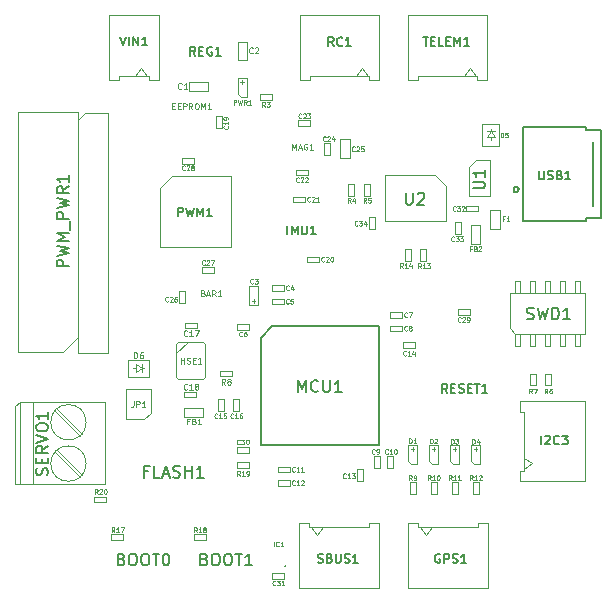
<source format=gbr>
G04 #@! TF.GenerationSoftware,KiCad,Pcbnew,(6.0.9)*
G04 #@! TF.CreationDate,2023-03-18T16:21:46+02:00*
G04 #@! TF.ProjectId,HadesMicro,48616465-734d-4696-9372-6f2e6b696361,rev?*
G04 #@! TF.SameCoordinates,Original*
G04 #@! TF.FileFunction,AssemblyDrawing,Top*
%FSLAX46Y46*%
G04 Gerber Fmt 4.6, Leading zero omitted, Abs format (unit mm)*
G04 Created by KiCad (PCBNEW (6.0.9)) date 2023-03-18 16:21:46*
%MOMM*%
%LPD*%
G01*
G04 APERTURE LIST*
%ADD10C,0.150000*%
%ADD11C,0.100000*%
G04 APERTURE END LIST*
D10*
X43815000Y-67386200D02*
G75*
G03*
X43815000Y-67386200I-25400J0D01*
G01*
X43846396Y-67386200D02*
G75*
G03*
X43846396Y-67386200I-56796J0D01*
G01*
D11*
X34271152Y-28412285D02*
X34437819Y-28412285D01*
X34509247Y-28674190D02*
X34271152Y-28674190D01*
X34271152Y-28174190D01*
X34509247Y-28174190D01*
X34723533Y-28412285D02*
X34890200Y-28412285D01*
X34961628Y-28674190D02*
X34723533Y-28674190D01*
X34723533Y-28174190D01*
X34961628Y-28174190D01*
X35175914Y-28674190D02*
X35175914Y-28174190D01*
X35366390Y-28174190D01*
X35414009Y-28198000D01*
X35437819Y-28221809D01*
X35461628Y-28269428D01*
X35461628Y-28340857D01*
X35437819Y-28388476D01*
X35414009Y-28412285D01*
X35366390Y-28436095D01*
X35175914Y-28436095D01*
X35961628Y-28674190D02*
X35794961Y-28436095D01*
X35675914Y-28674190D02*
X35675914Y-28174190D01*
X35866390Y-28174190D01*
X35914009Y-28198000D01*
X35937819Y-28221809D01*
X35961628Y-28269428D01*
X35961628Y-28340857D01*
X35937819Y-28388476D01*
X35914009Y-28412285D01*
X35866390Y-28436095D01*
X35675914Y-28436095D01*
X36271152Y-28174190D02*
X36366390Y-28174190D01*
X36414009Y-28198000D01*
X36461628Y-28245619D01*
X36485438Y-28340857D01*
X36485438Y-28507523D01*
X36461628Y-28602761D01*
X36414009Y-28650380D01*
X36366390Y-28674190D01*
X36271152Y-28674190D01*
X36223533Y-28650380D01*
X36175914Y-28602761D01*
X36152104Y-28507523D01*
X36152104Y-28340857D01*
X36175914Y-28245619D01*
X36223533Y-28198000D01*
X36271152Y-28174190D01*
X36699723Y-28674190D02*
X36699723Y-28174190D01*
X36866390Y-28531333D01*
X37033057Y-28174190D01*
X37033057Y-28674190D01*
X37533057Y-28674190D02*
X37247342Y-28674190D01*
X37390200Y-28674190D02*
X37390200Y-28174190D01*
X37342580Y-28245619D01*
X37294961Y-28293238D01*
X37247342Y-28317047D01*
X35044866Y-26924771D02*
X35021057Y-26948580D01*
X34949628Y-26972390D01*
X34902009Y-26972390D01*
X34830580Y-26948580D01*
X34782961Y-26900961D01*
X34759152Y-26853342D01*
X34735342Y-26758104D01*
X34735342Y-26686676D01*
X34759152Y-26591438D01*
X34782961Y-26543819D01*
X34830580Y-26496200D01*
X34902009Y-26472390D01*
X34949628Y-26472390D01*
X35021057Y-26496200D01*
X35044866Y-26520009D01*
X35521057Y-26972390D02*
X35235342Y-26972390D01*
X35378200Y-26972390D02*
X35378200Y-26472390D01*
X35330580Y-26543819D01*
X35282961Y-26591438D01*
X35235342Y-26615247D01*
X41064666Y-23902171D02*
X41040857Y-23925980D01*
X40969428Y-23949790D01*
X40921809Y-23949790D01*
X40850380Y-23925980D01*
X40802761Y-23878361D01*
X40778952Y-23830742D01*
X40755142Y-23735504D01*
X40755142Y-23664076D01*
X40778952Y-23568838D01*
X40802761Y-23521219D01*
X40850380Y-23473600D01*
X40921809Y-23449790D01*
X40969428Y-23449790D01*
X41040857Y-23473600D01*
X41064666Y-23497409D01*
X41255142Y-23497409D02*
X41278952Y-23473600D01*
X41326571Y-23449790D01*
X41445619Y-23449790D01*
X41493238Y-23473600D01*
X41517047Y-23497409D01*
X41540857Y-23545028D01*
X41540857Y-23592647D01*
X41517047Y-23664076D01*
X41231333Y-23949790D01*
X41540857Y-23949790D01*
X39458990Y-28298752D02*
X39458990Y-27898752D01*
X39611371Y-27898752D01*
X39649466Y-27917800D01*
X39668514Y-27936847D01*
X39687561Y-27974942D01*
X39687561Y-28032085D01*
X39668514Y-28070180D01*
X39649466Y-28089228D01*
X39611371Y-28108276D01*
X39458990Y-28108276D01*
X39820895Y-27898752D02*
X39916133Y-28298752D01*
X39992323Y-28013038D01*
X40068514Y-28298752D01*
X40163752Y-27898752D01*
X40544704Y-28298752D02*
X40411371Y-28108276D01*
X40316133Y-28298752D02*
X40316133Y-27898752D01*
X40468514Y-27898752D01*
X40506609Y-27917800D01*
X40525657Y-27936847D01*
X40544704Y-27974942D01*
X40544704Y-28032085D01*
X40525657Y-28070180D01*
X40506609Y-28089228D01*
X40468514Y-28108276D01*
X40316133Y-28108276D01*
X40925657Y-28298752D02*
X40697085Y-28298752D01*
X40811371Y-28298752D02*
X40811371Y-27898752D01*
X40773276Y-27955895D01*
X40735180Y-27993990D01*
X40697085Y-28013038D01*
X42122733Y-28476552D02*
X41989400Y-28286076D01*
X41894161Y-28476552D02*
X41894161Y-28076552D01*
X42046542Y-28076552D01*
X42084638Y-28095600D01*
X42103685Y-28114647D01*
X42122733Y-28152742D01*
X42122733Y-28209885D01*
X42103685Y-28247980D01*
X42084638Y-28267028D01*
X42046542Y-28286076D01*
X41894161Y-28286076D01*
X42256066Y-28076552D02*
X42503685Y-28076552D01*
X42370352Y-28228933D01*
X42427495Y-28228933D01*
X42465590Y-28247980D01*
X42484638Y-28267028D01*
X42503685Y-28305123D01*
X42503685Y-28400361D01*
X42484638Y-28438457D01*
X42465590Y-28457504D01*
X42427495Y-28476552D01*
X42313209Y-28476552D01*
X42275114Y-28457504D01*
X42256066Y-28438457D01*
X38954057Y-30102142D02*
X38973104Y-30121190D01*
X38992152Y-30178333D01*
X38992152Y-30216428D01*
X38973104Y-30273571D01*
X38935009Y-30311666D01*
X38896914Y-30330714D01*
X38820723Y-30349761D01*
X38763580Y-30349761D01*
X38687390Y-30330714D01*
X38649295Y-30311666D01*
X38611200Y-30273571D01*
X38592152Y-30216428D01*
X38592152Y-30178333D01*
X38611200Y-30121190D01*
X38630247Y-30102142D01*
X38992152Y-29721190D02*
X38992152Y-29949761D01*
X38992152Y-29835476D02*
X38592152Y-29835476D01*
X38649295Y-29873571D01*
X38687390Y-29911666D01*
X38706438Y-29949761D01*
X38992152Y-29530714D02*
X38992152Y-29454523D01*
X38973104Y-29416428D01*
X38954057Y-29397380D01*
X38896914Y-29359285D01*
X38820723Y-29340238D01*
X38668342Y-29340238D01*
X38630247Y-29359285D01*
X38611200Y-29378333D01*
X38592152Y-29416428D01*
X38592152Y-29492619D01*
X38611200Y-29530714D01*
X38630247Y-29549761D01*
X38668342Y-29568809D01*
X38763580Y-29568809D01*
X38801676Y-29549761D01*
X38820723Y-29530714D01*
X38839771Y-29492619D01*
X38839771Y-29416428D01*
X38820723Y-29378333D01*
X38801676Y-29359285D01*
X38763580Y-29340238D01*
D10*
X29834828Y-22525485D02*
X30084828Y-23275485D01*
X30334828Y-22525485D01*
X30584828Y-23275485D02*
X30584828Y-22525485D01*
X30941971Y-23275485D02*
X30941971Y-22525485D01*
X31370542Y-23275485D01*
X31370542Y-22525485D01*
X32120542Y-23275485D02*
X31691971Y-23275485D01*
X31906257Y-23275485D02*
X31906257Y-22525485D01*
X31834828Y-22632628D01*
X31763400Y-22704057D01*
X31691971Y-22739771D01*
X47912400Y-23326285D02*
X47662400Y-22969142D01*
X47483828Y-23326285D02*
X47483828Y-22576285D01*
X47769542Y-22576285D01*
X47840971Y-22612000D01*
X47876685Y-22647714D01*
X47912400Y-22719142D01*
X47912400Y-22826285D01*
X47876685Y-22897714D01*
X47840971Y-22933428D01*
X47769542Y-22969142D01*
X47483828Y-22969142D01*
X48662400Y-23254857D02*
X48626685Y-23290571D01*
X48519542Y-23326285D01*
X48448114Y-23326285D01*
X48340971Y-23290571D01*
X48269542Y-23219142D01*
X48233828Y-23147714D01*
X48198114Y-23004857D01*
X48198114Y-22897714D01*
X48233828Y-22754857D01*
X48269542Y-22683428D01*
X48340971Y-22612000D01*
X48448114Y-22576285D01*
X48519542Y-22576285D01*
X48626685Y-22612000D01*
X48662400Y-22647714D01*
X49376685Y-23326285D02*
X48948114Y-23326285D01*
X49162400Y-23326285D02*
X49162400Y-22576285D01*
X49090971Y-22683428D01*
X49019542Y-22754857D01*
X48948114Y-22790571D01*
X55498057Y-22550885D02*
X55926628Y-22550885D01*
X55712342Y-23300885D02*
X55712342Y-22550885D01*
X56176628Y-22908028D02*
X56426628Y-22908028D01*
X56533771Y-23300885D02*
X56176628Y-23300885D01*
X56176628Y-22550885D01*
X56533771Y-22550885D01*
X57212342Y-23300885D02*
X56855200Y-23300885D01*
X56855200Y-22550885D01*
X57462342Y-22908028D02*
X57712342Y-22908028D01*
X57819485Y-23300885D02*
X57462342Y-23300885D01*
X57462342Y-22550885D01*
X57819485Y-22550885D01*
X58140914Y-23300885D02*
X58140914Y-22550885D01*
X58390914Y-23086600D01*
X58640914Y-22550885D01*
X58640914Y-23300885D01*
X59390914Y-23300885D02*
X58962342Y-23300885D01*
X59176628Y-23300885D02*
X59176628Y-22550885D01*
X59105200Y-22658028D01*
X59033771Y-22729457D01*
X58962342Y-22765171D01*
X65295228Y-33879285D02*
X65295228Y-34486428D01*
X65330942Y-34557857D01*
X65366657Y-34593571D01*
X65438085Y-34629285D01*
X65580942Y-34629285D01*
X65652371Y-34593571D01*
X65688085Y-34557857D01*
X65723800Y-34486428D01*
X65723800Y-33879285D01*
X66045228Y-34593571D02*
X66152371Y-34629285D01*
X66330942Y-34629285D01*
X66402371Y-34593571D01*
X66438085Y-34557857D01*
X66473800Y-34486428D01*
X66473800Y-34415000D01*
X66438085Y-34343571D01*
X66402371Y-34307857D01*
X66330942Y-34272142D01*
X66188085Y-34236428D01*
X66116657Y-34200714D01*
X66080942Y-34165000D01*
X66045228Y-34093571D01*
X66045228Y-34022142D01*
X66080942Y-33950714D01*
X66116657Y-33915000D01*
X66188085Y-33879285D01*
X66366657Y-33879285D01*
X66473800Y-33915000D01*
X67045228Y-34236428D02*
X67152371Y-34272142D01*
X67188085Y-34307857D01*
X67223800Y-34379285D01*
X67223800Y-34486428D01*
X67188085Y-34557857D01*
X67152371Y-34593571D01*
X67080942Y-34629285D01*
X66795228Y-34629285D01*
X66795228Y-33879285D01*
X67045228Y-33879285D01*
X67116657Y-33915000D01*
X67152371Y-33950714D01*
X67188085Y-34022142D01*
X67188085Y-34093571D01*
X67152371Y-34165000D01*
X67116657Y-34200714D01*
X67045228Y-34236428D01*
X66795228Y-34236428D01*
X67938085Y-34629285D02*
X67509514Y-34629285D01*
X67723800Y-34629285D02*
X67723800Y-33879285D01*
X67652371Y-33986428D01*
X67580942Y-34057857D01*
X67509514Y-34093571D01*
X34758885Y-37753485D02*
X34758885Y-37003485D01*
X35044600Y-37003485D01*
X35116028Y-37039200D01*
X35151742Y-37074914D01*
X35187457Y-37146342D01*
X35187457Y-37253485D01*
X35151742Y-37324914D01*
X35116028Y-37360628D01*
X35044600Y-37396342D01*
X34758885Y-37396342D01*
X35437457Y-37003485D02*
X35616028Y-37753485D01*
X35758885Y-37217771D01*
X35901742Y-37753485D01*
X36080314Y-37003485D01*
X36366028Y-37753485D02*
X36366028Y-37003485D01*
X36616028Y-37539200D01*
X36866028Y-37003485D01*
X36866028Y-37753485D01*
X37616028Y-37753485D02*
X37187457Y-37753485D01*
X37401742Y-37753485D02*
X37401742Y-37003485D01*
X37330314Y-37110628D01*
X37258885Y-37182057D01*
X37187457Y-37217771D01*
X44008028Y-39277485D02*
X44008028Y-38527485D01*
X44365171Y-39277485D02*
X44365171Y-38527485D01*
X44615171Y-39063200D01*
X44865171Y-38527485D01*
X44865171Y-39277485D01*
X45222314Y-38527485D02*
X45222314Y-39134628D01*
X45258028Y-39206057D01*
X45293742Y-39241771D01*
X45365171Y-39277485D01*
X45508028Y-39277485D01*
X45579457Y-39241771D01*
X45615171Y-39206057D01*
X45650885Y-39134628D01*
X45650885Y-38527485D01*
X46400885Y-39277485D02*
X45972314Y-39277485D01*
X46186600Y-39277485D02*
X46186600Y-38527485D01*
X46115171Y-38634628D01*
X46043742Y-38706057D01*
X45972314Y-38741771D01*
D11*
X44419152Y-32103190D02*
X44419152Y-31603190D01*
X44585819Y-31960333D01*
X44752485Y-31603190D01*
X44752485Y-32103190D01*
X44966771Y-31960333D02*
X45204866Y-31960333D01*
X44919152Y-32103190D02*
X45085819Y-31603190D01*
X45252485Y-32103190D01*
X45681057Y-31627000D02*
X45633438Y-31603190D01*
X45562009Y-31603190D01*
X45490580Y-31627000D01*
X45442961Y-31674619D01*
X45419152Y-31722238D01*
X45395342Y-31817476D01*
X45395342Y-31888904D01*
X45419152Y-31984142D01*
X45442961Y-32031761D01*
X45490580Y-32079380D01*
X45562009Y-32103190D01*
X45609628Y-32103190D01*
X45681057Y-32079380D01*
X45704866Y-32055571D01*
X45704866Y-31888904D01*
X45609628Y-31888904D01*
X46181057Y-32103190D02*
X45895342Y-32103190D01*
X46038200Y-32103190D02*
X46038200Y-31603190D01*
X45990580Y-31674619D01*
X45942961Y-31722238D01*
X45895342Y-31746047D01*
D10*
X44877266Y-52623980D02*
X44877266Y-51623980D01*
X45210600Y-52338266D01*
X45543933Y-51623980D01*
X45543933Y-52623980D01*
X46591552Y-52528742D02*
X46543933Y-52576361D01*
X46401076Y-52623980D01*
X46305838Y-52623980D01*
X46162980Y-52576361D01*
X46067742Y-52481123D01*
X46020123Y-52385885D01*
X45972504Y-52195409D01*
X45972504Y-52052552D01*
X46020123Y-51862076D01*
X46067742Y-51766838D01*
X46162980Y-51671600D01*
X46305838Y-51623980D01*
X46401076Y-51623980D01*
X46543933Y-51671600D01*
X46591552Y-51719219D01*
X47020123Y-51623980D02*
X47020123Y-52433504D01*
X47067742Y-52528742D01*
X47115361Y-52576361D01*
X47210600Y-52623980D01*
X47401076Y-52623980D01*
X47496314Y-52576361D01*
X47543933Y-52528742D01*
X47591552Y-52433504D01*
X47591552Y-51623980D01*
X48591552Y-52623980D02*
X48020123Y-52623980D01*
X48305838Y-52623980D02*
X48305838Y-51623980D01*
X48210600Y-51766838D01*
X48115361Y-51862076D01*
X48020123Y-51909695D01*
X54025895Y-35748980D02*
X54025895Y-36558504D01*
X54073514Y-36653742D01*
X54121133Y-36701361D01*
X54216371Y-36748980D01*
X54406847Y-36748980D01*
X54502085Y-36701361D01*
X54549704Y-36653742D01*
X54597323Y-36558504D01*
X54597323Y-35748980D01*
X55025895Y-35844219D02*
X55073514Y-35796600D01*
X55168752Y-35748980D01*
X55406847Y-35748980D01*
X55502085Y-35796600D01*
X55549704Y-35844219D01*
X55597323Y-35939457D01*
X55597323Y-36034695D01*
X55549704Y-36177552D01*
X54978276Y-36748980D01*
X55597323Y-36748980D01*
X59726580Y-35382104D02*
X60536104Y-35382104D01*
X60631342Y-35334485D01*
X60678961Y-35286866D01*
X60726580Y-35191628D01*
X60726580Y-35001152D01*
X60678961Y-34905914D01*
X60631342Y-34858295D01*
X60536104Y-34810676D01*
X59726580Y-34810676D01*
X60726580Y-33810676D02*
X60726580Y-34382104D01*
X60726580Y-34096390D02*
X59726580Y-34096390D01*
X59869438Y-34191628D01*
X59964676Y-34286866D01*
X60012295Y-34382104D01*
X64282866Y-46429561D02*
X64425723Y-46477180D01*
X64663819Y-46477180D01*
X64759057Y-46429561D01*
X64806676Y-46381942D01*
X64854295Y-46286704D01*
X64854295Y-46191466D01*
X64806676Y-46096228D01*
X64759057Y-46048609D01*
X64663819Y-46000990D01*
X64473342Y-45953371D01*
X64378104Y-45905752D01*
X64330485Y-45858133D01*
X64282866Y-45762895D01*
X64282866Y-45667657D01*
X64330485Y-45572419D01*
X64378104Y-45524800D01*
X64473342Y-45477180D01*
X64711438Y-45477180D01*
X64854295Y-45524800D01*
X65187628Y-45477180D02*
X65425723Y-46477180D01*
X65616200Y-45762895D01*
X65806676Y-46477180D01*
X66044771Y-45477180D01*
X66425723Y-46477180D02*
X66425723Y-45477180D01*
X66663819Y-45477180D01*
X66806676Y-45524800D01*
X66901914Y-45620038D01*
X66949533Y-45715276D01*
X66997152Y-45905752D01*
X66997152Y-46048609D01*
X66949533Y-46239085D01*
X66901914Y-46334323D01*
X66806676Y-46429561D01*
X66663819Y-46477180D01*
X66425723Y-46477180D01*
X67949533Y-46477180D02*
X67378104Y-46477180D01*
X67663819Y-46477180D02*
X67663819Y-45477180D01*
X67568580Y-45620038D01*
X67473342Y-45715276D01*
X67378104Y-45762895D01*
X29967466Y-66781371D02*
X30110323Y-66828990D01*
X30157942Y-66876609D01*
X30205561Y-66971847D01*
X30205561Y-67114704D01*
X30157942Y-67209942D01*
X30110323Y-67257561D01*
X30015085Y-67305180D01*
X29634133Y-67305180D01*
X29634133Y-66305180D01*
X29967466Y-66305180D01*
X30062704Y-66352800D01*
X30110323Y-66400419D01*
X30157942Y-66495657D01*
X30157942Y-66590895D01*
X30110323Y-66686133D01*
X30062704Y-66733752D01*
X29967466Y-66781371D01*
X29634133Y-66781371D01*
X30824609Y-66305180D02*
X31015085Y-66305180D01*
X31110323Y-66352800D01*
X31205561Y-66448038D01*
X31253180Y-66638514D01*
X31253180Y-66971847D01*
X31205561Y-67162323D01*
X31110323Y-67257561D01*
X31015085Y-67305180D01*
X30824609Y-67305180D01*
X30729371Y-67257561D01*
X30634133Y-67162323D01*
X30586514Y-66971847D01*
X30586514Y-66638514D01*
X30634133Y-66448038D01*
X30729371Y-66352800D01*
X30824609Y-66305180D01*
X31872228Y-66305180D02*
X32062704Y-66305180D01*
X32157942Y-66352800D01*
X32253180Y-66448038D01*
X32300800Y-66638514D01*
X32300800Y-66971847D01*
X32253180Y-67162323D01*
X32157942Y-67257561D01*
X32062704Y-67305180D01*
X31872228Y-67305180D01*
X31776990Y-67257561D01*
X31681752Y-67162323D01*
X31634133Y-66971847D01*
X31634133Y-66638514D01*
X31681752Y-66448038D01*
X31776990Y-66352800D01*
X31872228Y-66305180D01*
X32586514Y-66305180D02*
X33157942Y-66305180D01*
X32872228Y-67305180D02*
X32872228Y-66305180D01*
X33681752Y-66305180D02*
X33776990Y-66305180D01*
X33872228Y-66352800D01*
X33919847Y-66400419D01*
X33967466Y-66495657D01*
X34015085Y-66686133D01*
X34015085Y-66924228D01*
X33967466Y-67114704D01*
X33919847Y-67209942D01*
X33872228Y-67257561D01*
X33776990Y-67305180D01*
X33681752Y-67305180D01*
X33586514Y-67257561D01*
X33538895Y-67209942D01*
X33491276Y-67114704D01*
X33443657Y-66924228D01*
X33443657Y-66686133D01*
X33491276Y-66495657D01*
X33538895Y-66400419D01*
X33586514Y-66352800D01*
X33681752Y-66305180D01*
X36977866Y-66781371D02*
X37120723Y-66828990D01*
X37168342Y-66876609D01*
X37215961Y-66971847D01*
X37215961Y-67114704D01*
X37168342Y-67209942D01*
X37120723Y-67257561D01*
X37025485Y-67305180D01*
X36644533Y-67305180D01*
X36644533Y-66305180D01*
X36977866Y-66305180D01*
X37073104Y-66352800D01*
X37120723Y-66400419D01*
X37168342Y-66495657D01*
X37168342Y-66590895D01*
X37120723Y-66686133D01*
X37073104Y-66733752D01*
X36977866Y-66781371D01*
X36644533Y-66781371D01*
X37835009Y-66305180D02*
X38025485Y-66305180D01*
X38120723Y-66352800D01*
X38215961Y-66448038D01*
X38263580Y-66638514D01*
X38263580Y-66971847D01*
X38215961Y-67162323D01*
X38120723Y-67257561D01*
X38025485Y-67305180D01*
X37835009Y-67305180D01*
X37739771Y-67257561D01*
X37644533Y-67162323D01*
X37596914Y-66971847D01*
X37596914Y-66638514D01*
X37644533Y-66448038D01*
X37739771Y-66352800D01*
X37835009Y-66305180D01*
X38882628Y-66305180D02*
X39073104Y-66305180D01*
X39168342Y-66352800D01*
X39263580Y-66448038D01*
X39311200Y-66638514D01*
X39311200Y-66971847D01*
X39263580Y-67162323D01*
X39168342Y-67257561D01*
X39073104Y-67305180D01*
X38882628Y-67305180D01*
X38787390Y-67257561D01*
X38692152Y-67162323D01*
X38644533Y-66971847D01*
X38644533Y-66638514D01*
X38692152Y-66448038D01*
X38787390Y-66352800D01*
X38882628Y-66305180D01*
X39596914Y-66305180D02*
X40168342Y-66305180D01*
X39882628Y-67305180D02*
X39882628Y-66305180D01*
X41025485Y-67305180D02*
X40454057Y-67305180D01*
X40739771Y-67305180D02*
X40739771Y-66305180D01*
X40644533Y-66448038D01*
X40549295Y-66543276D01*
X40454057Y-66590895D01*
X46588971Y-67054771D02*
X46696114Y-67090485D01*
X46874685Y-67090485D01*
X46946114Y-67054771D01*
X46981828Y-67019057D01*
X47017542Y-66947628D01*
X47017542Y-66876200D01*
X46981828Y-66804771D01*
X46946114Y-66769057D01*
X46874685Y-66733342D01*
X46731828Y-66697628D01*
X46660400Y-66661914D01*
X46624685Y-66626200D01*
X46588971Y-66554771D01*
X46588971Y-66483342D01*
X46624685Y-66411914D01*
X46660400Y-66376200D01*
X46731828Y-66340485D01*
X46910400Y-66340485D01*
X47017542Y-66376200D01*
X47588971Y-66697628D02*
X47696114Y-66733342D01*
X47731828Y-66769057D01*
X47767542Y-66840485D01*
X47767542Y-66947628D01*
X47731828Y-67019057D01*
X47696114Y-67054771D01*
X47624685Y-67090485D01*
X47338971Y-67090485D01*
X47338971Y-66340485D01*
X47588971Y-66340485D01*
X47660400Y-66376200D01*
X47696114Y-66411914D01*
X47731828Y-66483342D01*
X47731828Y-66554771D01*
X47696114Y-66626200D01*
X47660400Y-66661914D01*
X47588971Y-66697628D01*
X47338971Y-66697628D01*
X48088971Y-66340485D02*
X48088971Y-66947628D01*
X48124685Y-67019057D01*
X48160400Y-67054771D01*
X48231828Y-67090485D01*
X48374685Y-67090485D01*
X48446114Y-67054771D01*
X48481828Y-67019057D01*
X48517542Y-66947628D01*
X48517542Y-66340485D01*
X48838971Y-67054771D02*
X48946114Y-67090485D01*
X49124685Y-67090485D01*
X49196114Y-67054771D01*
X49231828Y-67019057D01*
X49267542Y-66947628D01*
X49267542Y-66876200D01*
X49231828Y-66804771D01*
X49196114Y-66769057D01*
X49124685Y-66733342D01*
X48981828Y-66697628D01*
X48910400Y-66661914D01*
X48874685Y-66626200D01*
X48838971Y-66554771D01*
X48838971Y-66483342D01*
X48874685Y-66411914D01*
X48910400Y-66376200D01*
X48981828Y-66340485D01*
X49160400Y-66340485D01*
X49267542Y-66376200D01*
X49981828Y-67090485D02*
X49553257Y-67090485D01*
X49767542Y-67090485D02*
X49767542Y-66340485D01*
X49696114Y-66447628D01*
X49624685Y-66519057D01*
X49553257Y-66554771D01*
X56917542Y-66376200D02*
X56846114Y-66340485D01*
X56738971Y-66340485D01*
X56631828Y-66376200D01*
X56560400Y-66447628D01*
X56524685Y-66519057D01*
X56488971Y-66661914D01*
X56488971Y-66769057D01*
X56524685Y-66911914D01*
X56560400Y-66983342D01*
X56631828Y-67054771D01*
X56738971Y-67090485D01*
X56810400Y-67090485D01*
X56917542Y-67054771D01*
X56953257Y-67019057D01*
X56953257Y-66769057D01*
X56810400Y-66769057D01*
X57274685Y-67090485D02*
X57274685Y-66340485D01*
X57560400Y-66340485D01*
X57631828Y-66376200D01*
X57667542Y-66411914D01*
X57703257Y-66483342D01*
X57703257Y-66590485D01*
X57667542Y-66661914D01*
X57631828Y-66697628D01*
X57560400Y-66733342D01*
X57274685Y-66733342D01*
X57988971Y-67054771D02*
X58096114Y-67090485D01*
X58274685Y-67090485D01*
X58346114Y-67054771D01*
X58381828Y-67019057D01*
X58417542Y-66947628D01*
X58417542Y-66876200D01*
X58381828Y-66804771D01*
X58346114Y-66769057D01*
X58274685Y-66733342D01*
X58131828Y-66697628D01*
X58060400Y-66661914D01*
X58024685Y-66626200D01*
X57988971Y-66554771D01*
X57988971Y-66483342D01*
X58024685Y-66411914D01*
X58060400Y-66376200D01*
X58131828Y-66340485D01*
X58310400Y-66340485D01*
X58417542Y-66376200D01*
X59131828Y-67090485D02*
X58703257Y-67090485D01*
X58917542Y-67090485D02*
X58917542Y-66340485D01*
X58846114Y-66447628D01*
X58774685Y-66519057D01*
X58703257Y-66554771D01*
X65509514Y-57057485D02*
X65509514Y-56307485D01*
X65830942Y-56378914D02*
X65866657Y-56343200D01*
X65938085Y-56307485D01*
X66116657Y-56307485D01*
X66188085Y-56343200D01*
X66223800Y-56378914D01*
X66259514Y-56450342D01*
X66259514Y-56521771D01*
X66223800Y-56628914D01*
X65795228Y-57057485D01*
X66259514Y-57057485D01*
X67009514Y-56986057D02*
X66973800Y-57021771D01*
X66866657Y-57057485D01*
X66795228Y-57057485D01*
X66688085Y-57021771D01*
X66616657Y-56950342D01*
X66580942Y-56878914D01*
X66545228Y-56736057D01*
X66545228Y-56628914D01*
X66580942Y-56486057D01*
X66616657Y-56414628D01*
X66688085Y-56343200D01*
X66795228Y-56307485D01*
X66866657Y-56307485D01*
X66973800Y-56343200D01*
X67009514Y-56378914D01*
X67259514Y-56307485D02*
X67723800Y-56307485D01*
X67473800Y-56593200D01*
X67580942Y-56593200D01*
X67652371Y-56628914D01*
X67688085Y-56664628D01*
X67723800Y-56736057D01*
X67723800Y-56914628D01*
X67688085Y-56986057D01*
X67652371Y-57021771D01*
X67580942Y-57057485D01*
X67366657Y-57057485D01*
X67295228Y-57021771D01*
X67259514Y-56986057D01*
X57557771Y-52688685D02*
X57307771Y-52331542D01*
X57129200Y-52688685D02*
X57129200Y-51938685D01*
X57414914Y-51938685D01*
X57486342Y-51974400D01*
X57522057Y-52010114D01*
X57557771Y-52081542D01*
X57557771Y-52188685D01*
X57522057Y-52260114D01*
X57486342Y-52295828D01*
X57414914Y-52331542D01*
X57129200Y-52331542D01*
X57879200Y-52295828D02*
X58129200Y-52295828D01*
X58236342Y-52688685D02*
X57879200Y-52688685D01*
X57879200Y-51938685D01*
X58236342Y-51938685D01*
X58522057Y-52652971D02*
X58629200Y-52688685D01*
X58807771Y-52688685D01*
X58879200Y-52652971D01*
X58914914Y-52617257D01*
X58950628Y-52545828D01*
X58950628Y-52474400D01*
X58914914Y-52402971D01*
X58879200Y-52367257D01*
X58807771Y-52331542D01*
X58664914Y-52295828D01*
X58593485Y-52260114D01*
X58557771Y-52224400D01*
X58522057Y-52152971D01*
X58522057Y-52081542D01*
X58557771Y-52010114D01*
X58593485Y-51974400D01*
X58664914Y-51938685D01*
X58843485Y-51938685D01*
X58950628Y-51974400D01*
X59272057Y-52295828D02*
X59522057Y-52295828D01*
X59629200Y-52688685D02*
X59272057Y-52688685D01*
X59272057Y-51938685D01*
X59629200Y-51938685D01*
X59843485Y-51938685D02*
X60272057Y-51938685D01*
X60057771Y-52688685D02*
X60057771Y-51938685D01*
X60914914Y-52688685D02*
X60486342Y-52688685D01*
X60700628Y-52688685D02*
X60700628Y-51938685D01*
X60629200Y-52045828D01*
X60557771Y-52117257D01*
X60486342Y-52152971D01*
D11*
X34994161Y-50213390D02*
X34994161Y-49713390D01*
X34994161Y-49951485D02*
X35279876Y-49951485D01*
X35279876Y-50213390D02*
X35279876Y-49713390D01*
X35494161Y-50189580D02*
X35565590Y-50213390D01*
X35684638Y-50213390D01*
X35732257Y-50189580D01*
X35756066Y-50165771D01*
X35779876Y-50118152D01*
X35779876Y-50070533D01*
X35756066Y-50022914D01*
X35732257Y-49999104D01*
X35684638Y-49975295D01*
X35589400Y-49951485D01*
X35541780Y-49927676D01*
X35517971Y-49903866D01*
X35494161Y-49856247D01*
X35494161Y-49808628D01*
X35517971Y-49761009D01*
X35541780Y-49737200D01*
X35589400Y-49713390D01*
X35708447Y-49713390D01*
X35779876Y-49737200D01*
X35994161Y-49951485D02*
X36160828Y-49951485D01*
X36232257Y-50213390D02*
X35994161Y-50213390D01*
X35994161Y-49713390D01*
X36232257Y-49713390D01*
X36708447Y-50213390D02*
X36422733Y-50213390D01*
X36565590Y-50213390D02*
X36565590Y-49713390D01*
X36517971Y-49784819D01*
X36470352Y-49832438D01*
X36422733Y-49856247D01*
X36874533Y-44261885D02*
X36945961Y-44285695D01*
X36969771Y-44309504D01*
X36993580Y-44357123D01*
X36993580Y-44428552D01*
X36969771Y-44476171D01*
X36945961Y-44499980D01*
X36898342Y-44523790D01*
X36707866Y-44523790D01*
X36707866Y-44023790D01*
X36874533Y-44023790D01*
X36922152Y-44047600D01*
X36945961Y-44071409D01*
X36969771Y-44119028D01*
X36969771Y-44166647D01*
X36945961Y-44214266D01*
X36922152Y-44238076D01*
X36874533Y-44261885D01*
X36707866Y-44261885D01*
X37184057Y-44380933D02*
X37422152Y-44380933D01*
X37136438Y-44523790D02*
X37303104Y-44023790D01*
X37469771Y-44523790D01*
X37922152Y-44523790D02*
X37755485Y-44285695D01*
X37636438Y-44523790D02*
X37636438Y-44023790D01*
X37826914Y-44023790D01*
X37874533Y-44047600D01*
X37898342Y-44071409D01*
X37922152Y-44119028D01*
X37922152Y-44190457D01*
X37898342Y-44238076D01*
X37874533Y-44261885D01*
X37826914Y-44285695D01*
X37636438Y-44285695D01*
X38398342Y-44523790D02*
X38112628Y-44523790D01*
X38255485Y-44523790D02*
X38255485Y-44023790D01*
X38207866Y-44095219D01*
X38160247Y-44142838D01*
X38112628Y-44166647D01*
D10*
X23671161Y-59664266D02*
X23718780Y-59521409D01*
X23718780Y-59283314D01*
X23671161Y-59188076D01*
X23623542Y-59140457D01*
X23528304Y-59092838D01*
X23433066Y-59092838D01*
X23337828Y-59140457D01*
X23290209Y-59188076D01*
X23242590Y-59283314D01*
X23194971Y-59473790D01*
X23147352Y-59569028D01*
X23099733Y-59616647D01*
X23004495Y-59664266D01*
X22909257Y-59664266D01*
X22814019Y-59616647D01*
X22766400Y-59569028D01*
X22718780Y-59473790D01*
X22718780Y-59235695D01*
X22766400Y-59092838D01*
X23194971Y-58664266D02*
X23194971Y-58330933D01*
X23718780Y-58188076D02*
X23718780Y-58664266D01*
X22718780Y-58664266D01*
X22718780Y-58188076D01*
X23718780Y-57188076D02*
X23242590Y-57521409D01*
X23718780Y-57759504D02*
X22718780Y-57759504D01*
X22718780Y-57378552D01*
X22766400Y-57283314D01*
X22814019Y-57235695D01*
X22909257Y-57188076D01*
X23052114Y-57188076D01*
X23147352Y-57235695D01*
X23194971Y-57283314D01*
X23242590Y-57378552D01*
X23242590Y-57759504D01*
X22718780Y-56902361D02*
X23718780Y-56569028D01*
X22718780Y-56235695D01*
X22718780Y-55711885D02*
X22718780Y-55521409D01*
X22766400Y-55426171D01*
X22861638Y-55330933D01*
X23052114Y-55283314D01*
X23385447Y-55283314D01*
X23575923Y-55330933D01*
X23671161Y-55426171D01*
X23718780Y-55521409D01*
X23718780Y-55711885D01*
X23671161Y-55807123D01*
X23575923Y-55902361D01*
X23385447Y-55949980D01*
X23052114Y-55949980D01*
X22861638Y-55902361D01*
X22766400Y-55807123D01*
X22718780Y-55711885D01*
X23718780Y-54330933D02*
X23718780Y-54902361D01*
X23718780Y-54616647D02*
X22718780Y-54616647D01*
X22861638Y-54711885D01*
X22956876Y-54807123D01*
X23004495Y-54902361D01*
X25471380Y-41984133D02*
X24471380Y-41984133D01*
X24471380Y-41603180D01*
X24519000Y-41507942D01*
X24566619Y-41460323D01*
X24661857Y-41412704D01*
X24804714Y-41412704D01*
X24899952Y-41460323D01*
X24947571Y-41507942D01*
X24995190Y-41603180D01*
X24995190Y-41984133D01*
X24471380Y-41079371D02*
X25471380Y-40841276D01*
X24757095Y-40650800D01*
X25471380Y-40460323D01*
X24471380Y-40222228D01*
X25471380Y-39841276D02*
X24471380Y-39841276D01*
X25185666Y-39507942D01*
X24471380Y-39174609D01*
X25471380Y-39174609D01*
X25566619Y-38936514D02*
X25566619Y-38174609D01*
X25471380Y-37936514D02*
X24471380Y-37936514D01*
X24471380Y-37555561D01*
X24519000Y-37460323D01*
X24566619Y-37412704D01*
X24661857Y-37365085D01*
X24804714Y-37365085D01*
X24899952Y-37412704D01*
X24947571Y-37460323D01*
X24995190Y-37555561D01*
X24995190Y-37936514D01*
X24471380Y-37031752D02*
X25471380Y-36793657D01*
X24757095Y-36603180D01*
X25471380Y-36412704D01*
X24471380Y-36174609D01*
X25471380Y-35222228D02*
X24995190Y-35555561D01*
X25471380Y-35793657D02*
X24471380Y-35793657D01*
X24471380Y-35412704D01*
X24519000Y-35317466D01*
X24566619Y-35269847D01*
X24661857Y-35222228D01*
X24804714Y-35222228D01*
X24899952Y-35269847D01*
X24947571Y-35317466D01*
X24995190Y-35412704D01*
X24995190Y-35793657D01*
X25471380Y-34269847D02*
X25471380Y-34841276D01*
X25471380Y-34555561D02*
X24471380Y-34555561D01*
X24614238Y-34650800D01*
X24709476Y-34746038D01*
X24757095Y-34841276D01*
D11*
X30977733Y-53396390D02*
X30977733Y-53753533D01*
X30953923Y-53824961D01*
X30906304Y-53872580D01*
X30834876Y-53896390D01*
X30787257Y-53896390D01*
X31215828Y-53896390D02*
X31215828Y-53396390D01*
X31406304Y-53396390D01*
X31453923Y-53420200D01*
X31477733Y-53444009D01*
X31501542Y-53491628D01*
X31501542Y-53563057D01*
X31477733Y-53610676D01*
X31453923Y-53634485D01*
X31406304Y-53658295D01*
X31215828Y-53658295D01*
X31977733Y-53896390D02*
X31692019Y-53896390D01*
X31834876Y-53896390D02*
X31834876Y-53396390D01*
X31787257Y-53467819D01*
X31739638Y-53515438D01*
X31692019Y-53539247D01*
X31025352Y-49756190D02*
X31025352Y-49256190D01*
X31144400Y-49256190D01*
X31215828Y-49280000D01*
X31263447Y-49327619D01*
X31287257Y-49375238D01*
X31311066Y-49470476D01*
X31311066Y-49541904D01*
X31287257Y-49637142D01*
X31263447Y-49684761D01*
X31215828Y-49732380D01*
X31144400Y-49756190D01*
X31025352Y-49756190D01*
X31739638Y-49256190D02*
X31644400Y-49256190D01*
X31596780Y-49280000D01*
X31572971Y-49303809D01*
X31525352Y-49375238D01*
X31501542Y-49470476D01*
X31501542Y-49660952D01*
X31525352Y-49708571D01*
X31549161Y-49732380D01*
X31596780Y-49756190D01*
X31692019Y-49756190D01*
X31739638Y-49732380D01*
X31763447Y-49708571D01*
X31787257Y-49660952D01*
X31787257Y-49541904D01*
X31763447Y-49494285D01*
X31739638Y-49470476D01*
X31692019Y-49446666D01*
X31596780Y-49446666D01*
X31549161Y-49470476D01*
X31525352Y-49494285D01*
X31501542Y-49541904D01*
X35517971Y-47854371D02*
X35494161Y-47878180D01*
X35422733Y-47901990D01*
X35375114Y-47901990D01*
X35303685Y-47878180D01*
X35256066Y-47830561D01*
X35232257Y-47782942D01*
X35208447Y-47687704D01*
X35208447Y-47616276D01*
X35232257Y-47521038D01*
X35256066Y-47473419D01*
X35303685Y-47425800D01*
X35375114Y-47401990D01*
X35422733Y-47401990D01*
X35494161Y-47425800D01*
X35517971Y-47449609D01*
X35994161Y-47901990D02*
X35708447Y-47901990D01*
X35851304Y-47901990D02*
X35851304Y-47401990D01*
X35803685Y-47473419D01*
X35756066Y-47521038D01*
X35708447Y-47544847D01*
X36160828Y-47401990D02*
X36494161Y-47401990D01*
X36279876Y-47901990D01*
X35517971Y-52375571D02*
X35494161Y-52399380D01*
X35422733Y-52423190D01*
X35375114Y-52423190D01*
X35303685Y-52399380D01*
X35256066Y-52351761D01*
X35232257Y-52304142D01*
X35208447Y-52208904D01*
X35208447Y-52137476D01*
X35232257Y-52042238D01*
X35256066Y-51994619D01*
X35303685Y-51947000D01*
X35375114Y-51923190D01*
X35422733Y-51923190D01*
X35494161Y-51947000D01*
X35517971Y-51970809D01*
X35994161Y-52423190D02*
X35708447Y-52423190D01*
X35851304Y-52423190D02*
X35851304Y-51923190D01*
X35803685Y-51994619D01*
X35756066Y-52042238D01*
X35708447Y-52066047D01*
X36279876Y-52137476D02*
X36232257Y-52113666D01*
X36208447Y-52089857D01*
X36184638Y-52042238D01*
X36184638Y-52018428D01*
X36208447Y-51970809D01*
X36232257Y-51947000D01*
X36279876Y-51923190D01*
X36375114Y-51923190D01*
X36422733Y-51947000D01*
X36446542Y-51970809D01*
X36470352Y-52018428D01*
X36470352Y-52042238D01*
X36446542Y-52089857D01*
X36422733Y-52113666D01*
X36375114Y-52137476D01*
X36279876Y-52137476D01*
X36232257Y-52161285D01*
X36208447Y-52185095D01*
X36184638Y-52232714D01*
X36184638Y-52327952D01*
X36208447Y-52375571D01*
X36232257Y-52399380D01*
X36279876Y-52423190D01*
X36375114Y-52423190D01*
X36422733Y-52399380D01*
X36446542Y-52375571D01*
X36470352Y-52327952D01*
X36470352Y-52232714D01*
X36446542Y-52185095D01*
X36422733Y-52161285D01*
X36375114Y-52137476D01*
X38727866Y-51991390D02*
X38561200Y-51753295D01*
X38442152Y-51991390D02*
X38442152Y-51491390D01*
X38632628Y-51491390D01*
X38680247Y-51515200D01*
X38704057Y-51539009D01*
X38727866Y-51586628D01*
X38727866Y-51658057D01*
X38704057Y-51705676D01*
X38680247Y-51729485D01*
X38632628Y-51753295D01*
X38442152Y-51753295D01*
X39013580Y-51705676D02*
X38965961Y-51681866D01*
X38942152Y-51658057D01*
X38918342Y-51610438D01*
X38918342Y-51586628D01*
X38942152Y-51539009D01*
X38965961Y-51515200D01*
X39013580Y-51491390D01*
X39108819Y-51491390D01*
X39156438Y-51515200D01*
X39180247Y-51539009D01*
X39204057Y-51586628D01*
X39204057Y-51610438D01*
X39180247Y-51658057D01*
X39156438Y-51681866D01*
X39108819Y-51705676D01*
X39013580Y-51705676D01*
X38965961Y-51729485D01*
X38942152Y-51753295D01*
X38918342Y-51800914D01*
X38918342Y-51896152D01*
X38942152Y-51943771D01*
X38965961Y-51967580D01*
X39013580Y-51991390D01*
X39108819Y-51991390D01*
X39156438Y-51967580D01*
X39180247Y-51943771D01*
X39204057Y-51896152D01*
X39204057Y-51800914D01*
X39180247Y-51753295D01*
X39156438Y-51729485D01*
X39108819Y-51705676D01*
X35676733Y-55107685D02*
X35510066Y-55107685D01*
X35510066Y-55369590D02*
X35510066Y-54869590D01*
X35748161Y-54869590D01*
X36105304Y-55107685D02*
X36176733Y-55131495D01*
X36200542Y-55155304D01*
X36224352Y-55202923D01*
X36224352Y-55274352D01*
X36200542Y-55321971D01*
X36176733Y-55345780D01*
X36129114Y-55369590D01*
X35938638Y-55369590D01*
X35938638Y-54869590D01*
X36105304Y-54869590D01*
X36152923Y-54893400D01*
X36176733Y-54917209D01*
X36200542Y-54964828D01*
X36200542Y-55012447D01*
X36176733Y-55060066D01*
X36152923Y-55083876D01*
X36105304Y-55107685D01*
X35938638Y-55107685D01*
X36700542Y-55369590D02*
X36414828Y-55369590D01*
X36557685Y-55369590D02*
X36557685Y-54869590D01*
X36510066Y-54941019D01*
X36462447Y-54988638D01*
X36414828Y-55012447D01*
X38071457Y-54803657D02*
X38052409Y-54822704D01*
X37995266Y-54841752D01*
X37957171Y-54841752D01*
X37900028Y-54822704D01*
X37861933Y-54784609D01*
X37842885Y-54746514D01*
X37823838Y-54670323D01*
X37823838Y-54613180D01*
X37842885Y-54536990D01*
X37861933Y-54498895D01*
X37900028Y-54460800D01*
X37957171Y-54441752D01*
X37995266Y-54441752D01*
X38052409Y-54460800D01*
X38071457Y-54479847D01*
X38452409Y-54841752D02*
X38223838Y-54841752D01*
X38338123Y-54841752D02*
X38338123Y-54441752D01*
X38300028Y-54498895D01*
X38261933Y-54536990D01*
X38223838Y-54556038D01*
X38814314Y-54441752D02*
X38623838Y-54441752D01*
X38604790Y-54632228D01*
X38623838Y-54613180D01*
X38661933Y-54594133D01*
X38757171Y-54594133D01*
X38795266Y-54613180D01*
X38814314Y-54632228D01*
X38833361Y-54670323D01*
X38833361Y-54765561D01*
X38814314Y-54803657D01*
X38795266Y-54822704D01*
X38757171Y-54841752D01*
X38661933Y-54841752D01*
X38623838Y-54822704D01*
X38604790Y-54803657D01*
X39417657Y-54803657D02*
X39398609Y-54822704D01*
X39341466Y-54841752D01*
X39303371Y-54841752D01*
X39246228Y-54822704D01*
X39208133Y-54784609D01*
X39189085Y-54746514D01*
X39170038Y-54670323D01*
X39170038Y-54613180D01*
X39189085Y-54536990D01*
X39208133Y-54498895D01*
X39246228Y-54460800D01*
X39303371Y-54441752D01*
X39341466Y-54441752D01*
X39398609Y-54460800D01*
X39417657Y-54479847D01*
X39798609Y-54841752D02*
X39570038Y-54841752D01*
X39684323Y-54841752D02*
X39684323Y-54441752D01*
X39646228Y-54498895D01*
X39608133Y-54536990D01*
X39570038Y-54556038D01*
X40141466Y-54441752D02*
X40065276Y-54441752D01*
X40027180Y-54460800D01*
X40008133Y-54479847D01*
X39970038Y-54536990D01*
X39950990Y-54613180D01*
X39950990Y-54765561D01*
X39970038Y-54803657D01*
X39989085Y-54822704D01*
X40027180Y-54841752D01*
X40103371Y-54841752D01*
X40141466Y-54822704D01*
X40160514Y-54803657D01*
X40179561Y-54765561D01*
X40179561Y-54670323D01*
X40160514Y-54632228D01*
X40141466Y-54613180D01*
X40103371Y-54594133D01*
X40027180Y-54594133D01*
X39989085Y-54613180D01*
X39970038Y-54632228D01*
X39950990Y-54670323D01*
X39976457Y-57013457D02*
X39957409Y-57032504D01*
X39900266Y-57051552D01*
X39862171Y-57051552D01*
X39805028Y-57032504D01*
X39766933Y-56994409D01*
X39747885Y-56956314D01*
X39728838Y-56880123D01*
X39728838Y-56822980D01*
X39747885Y-56746790D01*
X39766933Y-56708695D01*
X39805028Y-56670600D01*
X39862171Y-56651552D01*
X39900266Y-56651552D01*
X39957409Y-56670600D01*
X39976457Y-56689647D01*
X40109790Y-56651552D02*
X40357409Y-56651552D01*
X40224076Y-56803933D01*
X40281219Y-56803933D01*
X40319314Y-56822980D01*
X40338361Y-56842028D01*
X40357409Y-56880123D01*
X40357409Y-56975361D01*
X40338361Y-57013457D01*
X40319314Y-57032504D01*
X40281219Y-57051552D01*
X40166933Y-57051552D01*
X40128838Y-57032504D01*
X40109790Y-57013457D01*
X40605028Y-56651552D02*
X40643123Y-56651552D01*
X40681219Y-56670600D01*
X40700266Y-56689647D01*
X40719314Y-56727742D01*
X40738361Y-56803933D01*
X40738361Y-56899171D01*
X40719314Y-56975361D01*
X40700266Y-57013457D01*
X40681219Y-57032504D01*
X40643123Y-57051552D01*
X40605028Y-57051552D01*
X40566933Y-57032504D01*
X40547885Y-57013457D01*
X40528838Y-56975361D01*
X40509790Y-56899171D01*
X40509790Y-56803933D01*
X40528838Y-56727742D01*
X40547885Y-56689647D01*
X40566933Y-56670600D01*
X40605028Y-56651552D01*
X40001857Y-59718552D02*
X39868523Y-59528076D01*
X39773285Y-59718552D02*
X39773285Y-59318552D01*
X39925666Y-59318552D01*
X39963761Y-59337600D01*
X39982809Y-59356647D01*
X40001857Y-59394742D01*
X40001857Y-59451885D01*
X39982809Y-59489980D01*
X39963761Y-59509028D01*
X39925666Y-59528076D01*
X39773285Y-59528076D01*
X40382809Y-59718552D02*
X40154238Y-59718552D01*
X40268523Y-59718552D02*
X40268523Y-59318552D01*
X40230428Y-59375695D01*
X40192333Y-59413790D01*
X40154238Y-59432838D01*
X40573285Y-59718552D02*
X40649476Y-59718552D01*
X40687571Y-59699504D01*
X40706619Y-59680457D01*
X40744714Y-59623314D01*
X40763761Y-59547123D01*
X40763761Y-59394742D01*
X40744714Y-59356647D01*
X40725666Y-59337600D01*
X40687571Y-59318552D01*
X40611380Y-59318552D01*
X40573285Y-59337600D01*
X40554238Y-59356647D01*
X40535190Y-59394742D01*
X40535190Y-59489980D01*
X40554238Y-59528076D01*
X40573285Y-59547123D01*
X40611380Y-59566171D01*
X40687571Y-59566171D01*
X40725666Y-59547123D01*
X40744714Y-59528076D01*
X40763761Y-59489980D01*
X27936857Y-61242552D02*
X27803523Y-61052076D01*
X27708285Y-61242552D02*
X27708285Y-60842552D01*
X27860666Y-60842552D01*
X27898761Y-60861600D01*
X27917809Y-60880647D01*
X27936857Y-60918742D01*
X27936857Y-60975885D01*
X27917809Y-61013980D01*
X27898761Y-61033028D01*
X27860666Y-61052076D01*
X27708285Y-61052076D01*
X28089238Y-60880647D02*
X28108285Y-60861600D01*
X28146380Y-60842552D01*
X28241619Y-60842552D01*
X28279714Y-60861600D01*
X28298761Y-60880647D01*
X28317809Y-60918742D01*
X28317809Y-60956838D01*
X28298761Y-61013980D01*
X28070190Y-61242552D01*
X28317809Y-61242552D01*
X28565428Y-60842552D02*
X28603523Y-60842552D01*
X28641619Y-60861600D01*
X28660666Y-60880647D01*
X28679714Y-60918742D01*
X28698761Y-60994933D01*
X28698761Y-61090171D01*
X28679714Y-61166361D01*
X28660666Y-61204457D01*
X28641619Y-61223504D01*
X28603523Y-61242552D01*
X28565428Y-61242552D01*
X28527333Y-61223504D01*
X28508285Y-61204457D01*
X28489238Y-61166361D01*
X28470190Y-61090171D01*
X28470190Y-60994933D01*
X28489238Y-60918742D01*
X28508285Y-60880647D01*
X28527333Y-60861600D01*
X28565428Y-60842552D01*
X29359257Y-64493752D02*
X29225923Y-64303276D01*
X29130685Y-64493752D02*
X29130685Y-64093752D01*
X29283066Y-64093752D01*
X29321161Y-64112800D01*
X29340209Y-64131847D01*
X29359257Y-64169942D01*
X29359257Y-64227085D01*
X29340209Y-64265180D01*
X29321161Y-64284228D01*
X29283066Y-64303276D01*
X29130685Y-64303276D01*
X29740209Y-64493752D02*
X29511638Y-64493752D01*
X29625923Y-64493752D02*
X29625923Y-64093752D01*
X29587828Y-64150895D01*
X29549733Y-64188990D01*
X29511638Y-64208038D01*
X29873542Y-64093752D02*
X30140209Y-64093752D01*
X29968780Y-64493752D01*
X36344257Y-64493752D02*
X36210923Y-64303276D01*
X36115685Y-64493752D02*
X36115685Y-64093752D01*
X36268066Y-64093752D01*
X36306161Y-64112800D01*
X36325209Y-64131847D01*
X36344257Y-64169942D01*
X36344257Y-64227085D01*
X36325209Y-64265180D01*
X36306161Y-64284228D01*
X36268066Y-64303276D01*
X36115685Y-64303276D01*
X36725209Y-64493752D02*
X36496638Y-64493752D01*
X36610923Y-64493752D02*
X36610923Y-64093752D01*
X36572828Y-64150895D01*
X36534733Y-64188990D01*
X36496638Y-64208038D01*
X36953780Y-64265180D02*
X36915685Y-64246133D01*
X36896638Y-64227085D01*
X36877590Y-64188990D01*
X36877590Y-64169942D01*
X36896638Y-64131847D01*
X36915685Y-64112800D01*
X36953780Y-64093752D01*
X37029971Y-64093752D01*
X37068066Y-64112800D01*
X37087114Y-64131847D01*
X37106161Y-64169942D01*
X37106161Y-64188990D01*
X37087114Y-64227085D01*
X37068066Y-64246133D01*
X37029971Y-64265180D01*
X36953780Y-64265180D01*
X36915685Y-64284228D01*
X36896638Y-64303276D01*
X36877590Y-64341371D01*
X36877590Y-64417561D01*
X36896638Y-64455657D01*
X36915685Y-64474704D01*
X36953780Y-64493752D01*
X37029971Y-64493752D01*
X37068066Y-64474704D01*
X37087114Y-64455657D01*
X37106161Y-64417561D01*
X37106161Y-64341371D01*
X37087114Y-64303276D01*
X37068066Y-64284228D01*
X37029971Y-64265180D01*
X42865723Y-65687552D02*
X42865723Y-65287552D01*
X43284771Y-65649457D02*
X43265723Y-65668504D01*
X43208580Y-65687552D01*
X43170485Y-65687552D01*
X43113342Y-65668504D01*
X43075247Y-65630409D01*
X43056200Y-65592314D01*
X43037152Y-65516123D01*
X43037152Y-65458980D01*
X43056200Y-65382790D01*
X43075247Y-65344695D01*
X43113342Y-65306600D01*
X43170485Y-65287552D01*
X43208580Y-65287552D01*
X43265723Y-65306600D01*
X43284771Y-65325647D01*
X43665723Y-65687552D02*
X43437152Y-65687552D01*
X43551438Y-65687552D02*
X43551438Y-65287552D01*
X43513342Y-65344695D01*
X43475247Y-65382790D01*
X43437152Y-65401838D01*
X42973657Y-68951457D02*
X42954609Y-68970504D01*
X42897466Y-68989552D01*
X42859371Y-68989552D01*
X42802228Y-68970504D01*
X42764133Y-68932409D01*
X42745085Y-68894314D01*
X42726038Y-68818123D01*
X42726038Y-68760980D01*
X42745085Y-68684790D01*
X42764133Y-68646695D01*
X42802228Y-68608600D01*
X42859371Y-68589552D01*
X42897466Y-68589552D01*
X42954609Y-68608600D01*
X42973657Y-68627647D01*
X43106990Y-68589552D02*
X43354609Y-68589552D01*
X43221276Y-68741933D01*
X43278419Y-68741933D01*
X43316514Y-68760980D01*
X43335561Y-68780028D01*
X43354609Y-68818123D01*
X43354609Y-68913361D01*
X43335561Y-68951457D01*
X43316514Y-68970504D01*
X43278419Y-68989552D01*
X43164133Y-68989552D01*
X43126038Y-68970504D01*
X43106990Y-68951457D01*
X43735561Y-68989552D02*
X43506990Y-68989552D01*
X43621276Y-68989552D02*
X43621276Y-68589552D01*
X43583180Y-68646695D01*
X43545085Y-68684790D01*
X43506990Y-68703838D01*
X54314761Y-56949952D02*
X54314761Y-56549952D01*
X54410000Y-56549952D01*
X54467142Y-56569000D01*
X54505238Y-56607095D01*
X54524285Y-56645190D01*
X54543333Y-56721380D01*
X54543333Y-56778523D01*
X54524285Y-56854714D01*
X54505238Y-56892809D01*
X54467142Y-56930904D01*
X54410000Y-56949952D01*
X54314761Y-56949952D01*
X54924285Y-56949952D02*
X54695714Y-56949952D01*
X54810000Y-56949952D02*
X54810000Y-56549952D01*
X54771904Y-56607095D01*
X54733809Y-56645190D01*
X54695714Y-56664238D01*
X56092761Y-56975352D02*
X56092761Y-56575352D01*
X56188000Y-56575352D01*
X56245142Y-56594400D01*
X56283238Y-56632495D01*
X56302285Y-56670590D01*
X56321333Y-56746780D01*
X56321333Y-56803923D01*
X56302285Y-56880114D01*
X56283238Y-56918209D01*
X56245142Y-56956304D01*
X56188000Y-56975352D01*
X56092761Y-56975352D01*
X56473714Y-56613447D02*
X56492761Y-56594400D01*
X56530857Y-56575352D01*
X56626095Y-56575352D01*
X56664190Y-56594400D01*
X56683238Y-56613447D01*
X56702285Y-56651542D01*
X56702285Y-56689638D01*
X56683238Y-56746780D01*
X56454666Y-56975352D01*
X56702285Y-56975352D01*
X57870761Y-57000752D02*
X57870761Y-56600752D01*
X57966000Y-56600752D01*
X58023142Y-56619800D01*
X58061238Y-56657895D01*
X58080285Y-56695990D01*
X58099333Y-56772180D01*
X58099333Y-56829323D01*
X58080285Y-56905514D01*
X58061238Y-56943609D01*
X58023142Y-56981704D01*
X57966000Y-57000752D01*
X57870761Y-57000752D01*
X58232666Y-56600752D02*
X58480285Y-56600752D01*
X58346952Y-56753133D01*
X58404095Y-56753133D01*
X58442190Y-56772180D01*
X58461238Y-56791228D01*
X58480285Y-56829323D01*
X58480285Y-56924561D01*
X58461238Y-56962657D01*
X58442190Y-56981704D01*
X58404095Y-57000752D01*
X58289809Y-57000752D01*
X58251714Y-56981704D01*
X58232666Y-56962657D01*
X59648761Y-57000752D02*
X59648761Y-56600752D01*
X59744000Y-56600752D01*
X59801142Y-56619800D01*
X59839238Y-56657895D01*
X59858285Y-56695990D01*
X59877333Y-56772180D01*
X59877333Y-56829323D01*
X59858285Y-56905514D01*
X59839238Y-56943609D01*
X59801142Y-56981704D01*
X59744000Y-57000752D01*
X59648761Y-57000752D01*
X60220190Y-56734085D02*
X60220190Y-57000752D01*
X60124952Y-56581704D02*
X60029714Y-56867419D01*
X60277333Y-56867419D01*
X54543333Y-60074152D02*
X54410000Y-59883676D01*
X54314761Y-60074152D02*
X54314761Y-59674152D01*
X54467142Y-59674152D01*
X54505238Y-59693200D01*
X54524285Y-59712247D01*
X54543333Y-59750342D01*
X54543333Y-59807485D01*
X54524285Y-59845580D01*
X54505238Y-59864628D01*
X54467142Y-59883676D01*
X54314761Y-59883676D01*
X54733809Y-60074152D02*
X54810000Y-60074152D01*
X54848095Y-60055104D01*
X54867142Y-60036057D01*
X54905238Y-59978914D01*
X54924285Y-59902723D01*
X54924285Y-59750342D01*
X54905238Y-59712247D01*
X54886190Y-59693200D01*
X54848095Y-59674152D01*
X54771904Y-59674152D01*
X54733809Y-59693200D01*
X54714761Y-59712247D01*
X54695714Y-59750342D01*
X54695714Y-59845580D01*
X54714761Y-59883676D01*
X54733809Y-59902723D01*
X54771904Y-59921771D01*
X54848095Y-59921771D01*
X54886190Y-59902723D01*
X54905238Y-59883676D01*
X54924285Y-59845580D01*
X56130857Y-60074152D02*
X55997523Y-59883676D01*
X55902285Y-60074152D02*
X55902285Y-59674152D01*
X56054666Y-59674152D01*
X56092761Y-59693200D01*
X56111809Y-59712247D01*
X56130857Y-59750342D01*
X56130857Y-59807485D01*
X56111809Y-59845580D01*
X56092761Y-59864628D01*
X56054666Y-59883676D01*
X55902285Y-59883676D01*
X56511809Y-60074152D02*
X56283238Y-60074152D01*
X56397523Y-60074152D02*
X56397523Y-59674152D01*
X56359428Y-59731295D01*
X56321333Y-59769390D01*
X56283238Y-59788438D01*
X56759428Y-59674152D02*
X56797523Y-59674152D01*
X56835619Y-59693200D01*
X56854666Y-59712247D01*
X56873714Y-59750342D01*
X56892761Y-59826533D01*
X56892761Y-59921771D01*
X56873714Y-59997961D01*
X56854666Y-60036057D01*
X56835619Y-60055104D01*
X56797523Y-60074152D01*
X56759428Y-60074152D01*
X56721333Y-60055104D01*
X56702285Y-60036057D01*
X56683238Y-59997961D01*
X56664190Y-59921771D01*
X56664190Y-59826533D01*
X56683238Y-59750342D01*
X56702285Y-59712247D01*
X56721333Y-59693200D01*
X56759428Y-59674152D01*
X57908857Y-60074152D02*
X57775523Y-59883676D01*
X57680285Y-60074152D02*
X57680285Y-59674152D01*
X57832666Y-59674152D01*
X57870761Y-59693200D01*
X57889809Y-59712247D01*
X57908857Y-59750342D01*
X57908857Y-59807485D01*
X57889809Y-59845580D01*
X57870761Y-59864628D01*
X57832666Y-59883676D01*
X57680285Y-59883676D01*
X58289809Y-60074152D02*
X58061238Y-60074152D01*
X58175523Y-60074152D02*
X58175523Y-59674152D01*
X58137428Y-59731295D01*
X58099333Y-59769390D01*
X58061238Y-59788438D01*
X58670761Y-60074152D02*
X58442190Y-60074152D01*
X58556476Y-60074152D02*
X58556476Y-59674152D01*
X58518380Y-59731295D01*
X58480285Y-59769390D01*
X58442190Y-59788438D01*
X59686857Y-60074152D02*
X59553523Y-59883676D01*
X59458285Y-60074152D02*
X59458285Y-59674152D01*
X59610666Y-59674152D01*
X59648761Y-59693200D01*
X59667809Y-59712247D01*
X59686857Y-59750342D01*
X59686857Y-59807485D01*
X59667809Y-59845580D01*
X59648761Y-59864628D01*
X59610666Y-59883676D01*
X59458285Y-59883676D01*
X60067809Y-60074152D02*
X59839238Y-60074152D01*
X59953523Y-60074152D02*
X59953523Y-59674152D01*
X59915428Y-59731295D01*
X59877333Y-59769390D01*
X59839238Y-59788438D01*
X60220190Y-59712247D02*
X60239238Y-59693200D01*
X60277333Y-59674152D01*
X60372571Y-59674152D01*
X60410666Y-59693200D01*
X60429714Y-59712247D01*
X60448761Y-59750342D01*
X60448761Y-59788438D01*
X60429714Y-59845580D01*
X60201142Y-60074152D01*
X60448761Y-60074152D01*
X48942657Y-59883657D02*
X48923609Y-59902704D01*
X48866466Y-59921752D01*
X48828371Y-59921752D01*
X48771228Y-59902704D01*
X48733133Y-59864609D01*
X48714085Y-59826514D01*
X48695038Y-59750323D01*
X48695038Y-59693180D01*
X48714085Y-59616990D01*
X48733133Y-59578895D01*
X48771228Y-59540800D01*
X48828371Y-59521752D01*
X48866466Y-59521752D01*
X48923609Y-59540800D01*
X48942657Y-59559847D01*
X49323609Y-59921752D02*
X49095038Y-59921752D01*
X49209323Y-59921752D02*
X49209323Y-59521752D01*
X49171228Y-59578895D01*
X49133133Y-59616990D01*
X49095038Y-59636038D01*
X49456942Y-59521752D02*
X49704561Y-59521752D01*
X49571228Y-59674133D01*
X49628371Y-59674133D01*
X49666466Y-59693180D01*
X49685514Y-59712228D01*
X49704561Y-59750323D01*
X49704561Y-59845561D01*
X49685514Y-59883657D01*
X49666466Y-59902704D01*
X49628371Y-59921752D01*
X49514085Y-59921752D01*
X49475990Y-59902704D01*
X49456942Y-59883657D01*
X54048057Y-49495057D02*
X54029009Y-49514104D01*
X53971866Y-49533152D01*
X53933771Y-49533152D01*
X53876628Y-49514104D01*
X53838533Y-49476009D01*
X53819485Y-49437914D01*
X53800438Y-49361723D01*
X53800438Y-49304580D01*
X53819485Y-49228390D01*
X53838533Y-49190295D01*
X53876628Y-49152200D01*
X53933771Y-49133152D01*
X53971866Y-49133152D01*
X54029009Y-49152200D01*
X54048057Y-49171247D01*
X54429009Y-49533152D02*
X54200438Y-49533152D01*
X54314723Y-49533152D02*
X54314723Y-49133152D01*
X54276628Y-49190295D01*
X54238533Y-49228390D01*
X54200438Y-49247438D01*
X54771866Y-49266485D02*
X54771866Y-49533152D01*
X54676628Y-49114104D02*
X54581390Y-49399819D01*
X54829009Y-49399819D01*
X37004657Y-41824257D02*
X36985609Y-41843304D01*
X36928466Y-41862352D01*
X36890371Y-41862352D01*
X36833228Y-41843304D01*
X36795133Y-41805209D01*
X36776085Y-41767114D01*
X36757038Y-41690923D01*
X36757038Y-41633780D01*
X36776085Y-41557590D01*
X36795133Y-41519495D01*
X36833228Y-41481400D01*
X36890371Y-41462352D01*
X36928466Y-41462352D01*
X36985609Y-41481400D01*
X37004657Y-41500447D01*
X37157038Y-41500447D02*
X37176085Y-41481400D01*
X37214180Y-41462352D01*
X37309419Y-41462352D01*
X37347514Y-41481400D01*
X37366561Y-41500447D01*
X37385609Y-41538542D01*
X37385609Y-41576638D01*
X37366561Y-41633780D01*
X37137990Y-41862352D01*
X37385609Y-41862352D01*
X37518942Y-41462352D02*
X37785609Y-41462352D01*
X37614180Y-41862352D01*
X33905857Y-44923057D02*
X33886809Y-44942104D01*
X33829666Y-44961152D01*
X33791571Y-44961152D01*
X33734428Y-44942104D01*
X33696333Y-44904009D01*
X33677285Y-44865914D01*
X33658238Y-44789723D01*
X33658238Y-44732580D01*
X33677285Y-44656390D01*
X33696333Y-44618295D01*
X33734428Y-44580200D01*
X33791571Y-44561152D01*
X33829666Y-44561152D01*
X33886809Y-44580200D01*
X33905857Y-44599247D01*
X34058238Y-44599247D02*
X34077285Y-44580200D01*
X34115380Y-44561152D01*
X34210619Y-44561152D01*
X34248714Y-44580200D01*
X34267761Y-44599247D01*
X34286809Y-44637342D01*
X34286809Y-44675438D01*
X34267761Y-44732580D01*
X34039190Y-44961152D01*
X34286809Y-44961152D01*
X34629666Y-44561152D02*
X34553476Y-44561152D01*
X34515380Y-44580200D01*
X34496333Y-44599247D01*
X34458238Y-44656390D01*
X34439190Y-44732580D01*
X34439190Y-44884961D01*
X34458238Y-44923057D01*
X34477285Y-44942104D01*
X34515380Y-44961152D01*
X34591571Y-44961152D01*
X34629666Y-44942104D01*
X34648714Y-44923057D01*
X34667761Y-44884961D01*
X34667761Y-44789723D01*
X34648714Y-44751628D01*
X34629666Y-44732580D01*
X34591571Y-44713533D01*
X34515380Y-44713533D01*
X34477285Y-44732580D01*
X34458238Y-44751628D01*
X34439190Y-44789723D01*
X41106733Y-43399057D02*
X41087685Y-43418104D01*
X41030542Y-43437152D01*
X40992447Y-43437152D01*
X40935304Y-43418104D01*
X40897209Y-43380009D01*
X40878161Y-43341914D01*
X40859114Y-43265723D01*
X40859114Y-43208580D01*
X40878161Y-43132390D01*
X40897209Y-43094295D01*
X40935304Y-43056200D01*
X40992447Y-43037152D01*
X41030542Y-43037152D01*
X41087685Y-43056200D01*
X41106733Y-43075247D01*
X41240066Y-43037152D02*
X41487685Y-43037152D01*
X41354352Y-43189533D01*
X41411495Y-43189533D01*
X41449590Y-43208580D01*
X41468638Y-43227628D01*
X41487685Y-43265723D01*
X41487685Y-43360961D01*
X41468638Y-43399057D01*
X41449590Y-43418104D01*
X41411495Y-43437152D01*
X41297209Y-43437152D01*
X41259114Y-43418104D01*
X41240066Y-43399057D01*
X45920057Y-36464857D02*
X45901009Y-36483904D01*
X45843866Y-36502952D01*
X45805771Y-36502952D01*
X45748628Y-36483904D01*
X45710533Y-36445809D01*
X45691485Y-36407714D01*
X45672438Y-36331523D01*
X45672438Y-36274380D01*
X45691485Y-36198190D01*
X45710533Y-36160095D01*
X45748628Y-36122000D01*
X45805771Y-36102952D01*
X45843866Y-36102952D01*
X45901009Y-36122000D01*
X45920057Y-36141047D01*
X46072438Y-36141047D02*
X46091485Y-36122000D01*
X46129580Y-36102952D01*
X46224819Y-36102952D01*
X46262914Y-36122000D01*
X46281961Y-36141047D01*
X46301009Y-36179142D01*
X46301009Y-36217238D01*
X46281961Y-36274380D01*
X46053390Y-36502952D01*
X46301009Y-36502952D01*
X46681961Y-36502952D02*
X46453390Y-36502952D01*
X46567676Y-36502952D02*
X46567676Y-36102952D01*
X46529580Y-36160095D01*
X46491485Y-36198190D01*
X46453390Y-36217238D01*
X47113857Y-41544857D02*
X47094809Y-41563904D01*
X47037666Y-41582952D01*
X46999571Y-41582952D01*
X46942428Y-41563904D01*
X46904333Y-41525809D01*
X46885285Y-41487714D01*
X46866238Y-41411523D01*
X46866238Y-41354380D01*
X46885285Y-41278190D01*
X46904333Y-41240095D01*
X46942428Y-41202000D01*
X46999571Y-41182952D01*
X47037666Y-41182952D01*
X47094809Y-41202000D01*
X47113857Y-41221047D01*
X47266238Y-41221047D02*
X47285285Y-41202000D01*
X47323380Y-41182952D01*
X47418619Y-41182952D01*
X47456714Y-41202000D01*
X47475761Y-41221047D01*
X47494809Y-41259142D01*
X47494809Y-41297238D01*
X47475761Y-41354380D01*
X47247190Y-41582952D01*
X47494809Y-41582952D01*
X47742428Y-41182952D02*
X47780523Y-41182952D01*
X47818619Y-41202000D01*
X47837666Y-41221047D01*
X47856714Y-41259142D01*
X47875761Y-41335333D01*
X47875761Y-41430571D01*
X47856714Y-41506761D01*
X47837666Y-41544857D01*
X47818619Y-41563904D01*
X47780523Y-41582952D01*
X47742428Y-41582952D01*
X47704333Y-41563904D01*
X47685285Y-41544857D01*
X47666238Y-41506761D01*
X47647190Y-41430571D01*
X47647190Y-41335333D01*
X47666238Y-41259142D01*
X47685285Y-41221047D01*
X47704333Y-41202000D01*
X47742428Y-41182952D01*
X49361733Y-36579152D02*
X49228400Y-36388676D01*
X49133161Y-36579152D02*
X49133161Y-36179152D01*
X49285542Y-36179152D01*
X49323638Y-36198200D01*
X49342685Y-36217247D01*
X49361733Y-36255342D01*
X49361733Y-36312485D01*
X49342685Y-36350580D01*
X49323638Y-36369628D01*
X49285542Y-36388676D01*
X49133161Y-36388676D01*
X49704590Y-36312485D02*
X49704590Y-36579152D01*
X49609352Y-36160104D02*
X49514114Y-36445819D01*
X49761733Y-36445819D01*
X50682533Y-36579152D02*
X50549200Y-36388676D01*
X50453961Y-36579152D02*
X50453961Y-36179152D01*
X50606342Y-36179152D01*
X50644438Y-36198200D01*
X50663485Y-36217247D01*
X50682533Y-36255342D01*
X50682533Y-36312485D01*
X50663485Y-36350580D01*
X50644438Y-36369628D01*
X50606342Y-36388676D01*
X50453961Y-36388676D01*
X51044438Y-36179152D02*
X50853961Y-36179152D01*
X50834914Y-36369628D01*
X50853961Y-36350580D01*
X50892057Y-36331533D01*
X50987295Y-36331533D01*
X51025390Y-36350580D01*
X51044438Y-36369628D01*
X51063485Y-36407723D01*
X51063485Y-36502961D01*
X51044438Y-36541057D01*
X51025390Y-36560104D01*
X50987295Y-36579152D01*
X50892057Y-36579152D01*
X50853961Y-36560104D01*
X50834914Y-36541057D01*
X35328257Y-33797857D02*
X35309209Y-33816904D01*
X35252066Y-33835952D01*
X35213971Y-33835952D01*
X35156828Y-33816904D01*
X35118733Y-33778809D01*
X35099685Y-33740714D01*
X35080638Y-33664523D01*
X35080638Y-33607380D01*
X35099685Y-33531190D01*
X35118733Y-33493095D01*
X35156828Y-33455000D01*
X35213971Y-33435952D01*
X35252066Y-33435952D01*
X35309209Y-33455000D01*
X35328257Y-33474047D01*
X35480638Y-33474047D02*
X35499685Y-33455000D01*
X35537780Y-33435952D01*
X35633019Y-33435952D01*
X35671114Y-33455000D01*
X35690161Y-33474047D01*
X35709209Y-33512142D01*
X35709209Y-33550238D01*
X35690161Y-33607380D01*
X35461590Y-33835952D01*
X35709209Y-33835952D01*
X35937780Y-33607380D02*
X35899685Y-33588333D01*
X35880638Y-33569285D01*
X35861590Y-33531190D01*
X35861590Y-33512142D01*
X35880638Y-33474047D01*
X35899685Y-33455000D01*
X35937780Y-33435952D01*
X36013971Y-33435952D01*
X36052066Y-33455000D01*
X36071114Y-33474047D01*
X36090161Y-33512142D01*
X36090161Y-33531190D01*
X36071114Y-33569285D01*
X36052066Y-33588333D01*
X36013971Y-33607380D01*
X35937780Y-33607380D01*
X35899685Y-33626428D01*
X35880638Y-33645476D01*
X35861590Y-33683571D01*
X35861590Y-33759761D01*
X35880638Y-33797857D01*
X35899685Y-33816904D01*
X35937780Y-33835952D01*
X36013971Y-33835952D01*
X36052066Y-33816904D01*
X36071114Y-33797857D01*
X36090161Y-33759761D01*
X36090161Y-33683571D01*
X36071114Y-33645476D01*
X36052066Y-33626428D01*
X36013971Y-33607380D01*
X44980257Y-34813857D02*
X44961209Y-34832904D01*
X44904066Y-34851952D01*
X44865971Y-34851952D01*
X44808828Y-34832904D01*
X44770733Y-34794809D01*
X44751685Y-34756714D01*
X44732638Y-34680523D01*
X44732638Y-34623380D01*
X44751685Y-34547190D01*
X44770733Y-34509095D01*
X44808828Y-34471000D01*
X44865971Y-34451952D01*
X44904066Y-34451952D01*
X44961209Y-34471000D01*
X44980257Y-34490047D01*
X45132638Y-34490047D02*
X45151685Y-34471000D01*
X45189780Y-34451952D01*
X45285019Y-34451952D01*
X45323114Y-34471000D01*
X45342161Y-34490047D01*
X45361209Y-34528142D01*
X45361209Y-34566238D01*
X45342161Y-34623380D01*
X45113590Y-34851952D01*
X45361209Y-34851952D01*
X45513590Y-34490047D02*
X45532638Y-34471000D01*
X45570733Y-34451952D01*
X45665971Y-34451952D01*
X45704066Y-34471000D01*
X45723114Y-34490047D01*
X45742161Y-34528142D01*
X45742161Y-34566238D01*
X45723114Y-34623380D01*
X45494542Y-34851952D01*
X45742161Y-34851952D01*
X49704657Y-32197657D02*
X49685609Y-32216704D01*
X49628466Y-32235752D01*
X49590371Y-32235752D01*
X49533228Y-32216704D01*
X49495133Y-32178609D01*
X49476085Y-32140514D01*
X49457038Y-32064323D01*
X49457038Y-32007180D01*
X49476085Y-31930990D01*
X49495133Y-31892895D01*
X49533228Y-31854800D01*
X49590371Y-31835752D01*
X49628466Y-31835752D01*
X49685609Y-31854800D01*
X49704657Y-31873847D01*
X49857038Y-31873847D02*
X49876085Y-31854800D01*
X49914180Y-31835752D01*
X50009419Y-31835752D01*
X50047514Y-31854800D01*
X50066561Y-31873847D01*
X50085609Y-31911942D01*
X50085609Y-31950038D01*
X50066561Y-32007180D01*
X49837990Y-32235752D01*
X50085609Y-32235752D01*
X50447514Y-31835752D02*
X50257038Y-31835752D01*
X50237990Y-32026228D01*
X50257038Y-32007180D01*
X50295133Y-31988133D01*
X50390371Y-31988133D01*
X50428466Y-32007180D01*
X50447514Y-32026228D01*
X50466561Y-32064323D01*
X50466561Y-32159561D01*
X50447514Y-32197657D01*
X50428466Y-32216704D01*
X50390371Y-32235752D01*
X50295133Y-32235752D01*
X50257038Y-32216704D01*
X50237990Y-32197657D01*
X47240857Y-31334057D02*
X47221809Y-31353104D01*
X47164666Y-31372152D01*
X47126571Y-31372152D01*
X47069428Y-31353104D01*
X47031333Y-31315009D01*
X47012285Y-31276914D01*
X46993238Y-31200723D01*
X46993238Y-31143580D01*
X47012285Y-31067390D01*
X47031333Y-31029295D01*
X47069428Y-30991200D01*
X47126571Y-30972152D01*
X47164666Y-30972152D01*
X47221809Y-30991200D01*
X47240857Y-31010247D01*
X47393238Y-31010247D02*
X47412285Y-30991200D01*
X47450380Y-30972152D01*
X47545619Y-30972152D01*
X47583714Y-30991200D01*
X47602761Y-31010247D01*
X47621809Y-31048342D01*
X47621809Y-31086438D01*
X47602761Y-31143580D01*
X47374190Y-31372152D01*
X47621809Y-31372152D01*
X47964666Y-31105485D02*
X47964666Y-31372152D01*
X47869428Y-30953104D02*
X47774190Y-31238819D01*
X48021809Y-31238819D01*
X45183457Y-29403657D02*
X45164409Y-29422704D01*
X45107266Y-29441752D01*
X45069171Y-29441752D01*
X45012028Y-29422704D01*
X44973933Y-29384609D01*
X44954885Y-29346514D01*
X44935838Y-29270323D01*
X44935838Y-29213180D01*
X44954885Y-29136990D01*
X44973933Y-29098895D01*
X45012028Y-29060800D01*
X45069171Y-29041752D01*
X45107266Y-29041752D01*
X45164409Y-29060800D01*
X45183457Y-29079847D01*
X45335838Y-29079847D02*
X45354885Y-29060800D01*
X45392980Y-29041752D01*
X45488219Y-29041752D01*
X45526314Y-29060800D01*
X45545361Y-29079847D01*
X45564409Y-29117942D01*
X45564409Y-29156038D01*
X45545361Y-29213180D01*
X45316790Y-29441752D01*
X45564409Y-29441752D01*
X45697742Y-29041752D02*
X45945361Y-29041752D01*
X45812028Y-29194133D01*
X45869171Y-29194133D01*
X45907266Y-29213180D01*
X45926314Y-29232228D01*
X45945361Y-29270323D01*
X45945361Y-29365561D01*
X45926314Y-29403657D01*
X45907266Y-29422704D01*
X45869171Y-29441752D01*
X45754885Y-29441752D01*
X45716790Y-29422704D01*
X45697742Y-29403657D01*
X62061761Y-31067352D02*
X62061761Y-30667352D01*
X62157000Y-30667352D01*
X62214142Y-30686400D01*
X62252238Y-30724495D01*
X62271285Y-30762590D01*
X62290333Y-30838780D01*
X62290333Y-30895923D01*
X62271285Y-30972114D01*
X62252238Y-31010209D01*
X62214142Y-31048304D01*
X62157000Y-31067352D01*
X62061761Y-31067352D01*
X62652238Y-30667352D02*
X62461761Y-30667352D01*
X62442714Y-30857828D01*
X62461761Y-30838780D01*
X62499857Y-30819733D01*
X62595095Y-30819733D01*
X62633190Y-30838780D01*
X62652238Y-30857828D01*
X62671285Y-30895923D01*
X62671285Y-30991161D01*
X62652238Y-31029257D01*
X62633190Y-31048304D01*
X62595095Y-31067352D01*
X62499857Y-31067352D01*
X62461761Y-31048304D01*
X62442714Y-31029257D01*
X62376066Y-37944428D02*
X62242733Y-37944428D01*
X62242733Y-38153952D02*
X62242733Y-37753952D01*
X62433209Y-37753952D01*
X62795114Y-38153952D02*
X62566542Y-38153952D01*
X62680828Y-38153952D02*
X62680828Y-37753952D01*
X62642733Y-37811095D01*
X62604638Y-37849190D01*
X62566542Y-37868238D01*
X59610666Y-40484428D02*
X59477333Y-40484428D01*
X59477333Y-40693952D02*
X59477333Y-40293952D01*
X59667809Y-40293952D01*
X59953523Y-40484428D02*
X60010666Y-40503476D01*
X60029714Y-40522523D01*
X60048761Y-40560619D01*
X60048761Y-40617761D01*
X60029714Y-40655857D01*
X60010666Y-40674904D01*
X59972571Y-40693952D01*
X59820190Y-40693952D01*
X59820190Y-40293952D01*
X59953523Y-40293952D01*
X59991619Y-40313000D01*
X60010666Y-40332047D01*
X60029714Y-40370142D01*
X60029714Y-40408238D01*
X60010666Y-40446333D01*
X59991619Y-40465380D01*
X59953523Y-40484428D01*
X59820190Y-40484428D01*
X60201142Y-40332047D02*
X60220190Y-40313000D01*
X60258285Y-40293952D01*
X60353523Y-40293952D01*
X60391619Y-40313000D01*
X60410666Y-40332047D01*
X60429714Y-40370142D01*
X60429714Y-40408238D01*
X60410666Y-40465380D01*
X60182095Y-40693952D01*
X60429714Y-40693952D01*
X58239057Y-37252257D02*
X58220009Y-37271304D01*
X58162866Y-37290352D01*
X58124771Y-37290352D01*
X58067628Y-37271304D01*
X58029533Y-37233209D01*
X58010485Y-37195114D01*
X57991438Y-37118923D01*
X57991438Y-37061780D01*
X58010485Y-36985590D01*
X58029533Y-36947495D01*
X58067628Y-36909400D01*
X58124771Y-36890352D01*
X58162866Y-36890352D01*
X58220009Y-36909400D01*
X58239057Y-36928447D01*
X58372390Y-36890352D02*
X58620009Y-36890352D01*
X58486676Y-37042733D01*
X58543819Y-37042733D01*
X58581914Y-37061780D01*
X58600961Y-37080828D01*
X58620009Y-37118923D01*
X58620009Y-37214161D01*
X58600961Y-37252257D01*
X58581914Y-37271304D01*
X58543819Y-37290352D01*
X58429533Y-37290352D01*
X58391438Y-37271304D01*
X58372390Y-37252257D01*
X58772390Y-36928447D02*
X58791438Y-36909400D01*
X58829533Y-36890352D01*
X58924771Y-36890352D01*
X58962866Y-36909400D01*
X58981914Y-36928447D01*
X59000961Y-36966542D01*
X59000961Y-37004638D01*
X58981914Y-37061780D01*
X58753342Y-37290352D01*
X59000961Y-37290352D01*
X58112057Y-39817657D02*
X58093009Y-39836704D01*
X58035866Y-39855752D01*
X57997771Y-39855752D01*
X57940628Y-39836704D01*
X57902533Y-39798609D01*
X57883485Y-39760514D01*
X57864438Y-39684323D01*
X57864438Y-39627180D01*
X57883485Y-39550990D01*
X57902533Y-39512895D01*
X57940628Y-39474800D01*
X57997771Y-39455752D01*
X58035866Y-39455752D01*
X58093009Y-39474800D01*
X58112057Y-39493847D01*
X58245390Y-39455752D02*
X58493009Y-39455752D01*
X58359676Y-39608133D01*
X58416819Y-39608133D01*
X58454914Y-39627180D01*
X58473961Y-39646228D01*
X58493009Y-39684323D01*
X58493009Y-39779561D01*
X58473961Y-39817657D01*
X58454914Y-39836704D01*
X58416819Y-39855752D01*
X58302533Y-39855752D01*
X58264438Y-39836704D01*
X58245390Y-39817657D01*
X58626342Y-39455752D02*
X58873961Y-39455752D01*
X58740628Y-39608133D01*
X58797771Y-39608133D01*
X58835866Y-39627180D01*
X58854914Y-39646228D01*
X58873961Y-39684323D01*
X58873961Y-39779561D01*
X58854914Y-39817657D01*
X58835866Y-39836704D01*
X58797771Y-39855752D01*
X58683485Y-39855752D01*
X58645390Y-39836704D01*
X58626342Y-39817657D01*
X49933257Y-38496857D02*
X49914209Y-38515904D01*
X49857066Y-38534952D01*
X49818971Y-38534952D01*
X49761828Y-38515904D01*
X49723733Y-38477809D01*
X49704685Y-38439714D01*
X49685638Y-38363523D01*
X49685638Y-38306380D01*
X49704685Y-38230190D01*
X49723733Y-38192095D01*
X49761828Y-38154000D01*
X49818971Y-38134952D01*
X49857066Y-38134952D01*
X49914209Y-38154000D01*
X49933257Y-38173047D01*
X50066590Y-38134952D02*
X50314209Y-38134952D01*
X50180876Y-38287333D01*
X50238019Y-38287333D01*
X50276114Y-38306380D01*
X50295161Y-38325428D01*
X50314209Y-38363523D01*
X50314209Y-38458761D01*
X50295161Y-38496857D01*
X50276114Y-38515904D01*
X50238019Y-38534952D01*
X50123733Y-38534952D01*
X50085638Y-38515904D01*
X50066590Y-38496857D01*
X50657066Y-38268285D02*
X50657066Y-38534952D01*
X50561828Y-38115904D02*
X50466590Y-38401619D01*
X50714209Y-38401619D01*
X53794057Y-42116352D02*
X53660723Y-41925876D01*
X53565485Y-42116352D02*
X53565485Y-41716352D01*
X53717866Y-41716352D01*
X53755961Y-41735400D01*
X53775009Y-41754447D01*
X53794057Y-41792542D01*
X53794057Y-41849685D01*
X53775009Y-41887780D01*
X53755961Y-41906828D01*
X53717866Y-41925876D01*
X53565485Y-41925876D01*
X54175009Y-42116352D02*
X53946438Y-42116352D01*
X54060723Y-42116352D02*
X54060723Y-41716352D01*
X54022628Y-41773495D01*
X53984533Y-41811590D01*
X53946438Y-41830638D01*
X54517866Y-41849685D02*
X54517866Y-42116352D01*
X54422628Y-41697304D02*
X54327390Y-41983019D01*
X54575009Y-41983019D01*
X55318057Y-42141752D02*
X55184723Y-41951276D01*
X55089485Y-42141752D02*
X55089485Y-41741752D01*
X55241866Y-41741752D01*
X55279961Y-41760800D01*
X55299009Y-41779847D01*
X55318057Y-41817942D01*
X55318057Y-41875085D01*
X55299009Y-41913180D01*
X55279961Y-41932228D01*
X55241866Y-41951276D01*
X55089485Y-41951276D01*
X55699009Y-42141752D02*
X55470438Y-42141752D01*
X55584723Y-42141752D02*
X55584723Y-41741752D01*
X55546628Y-41798895D01*
X55508533Y-41836990D01*
X55470438Y-41856038D01*
X55832342Y-41741752D02*
X56079961Y-41741752D01*
X55946628Y-41894133D01*
X56003771Y-41894133D01*
X56041866Y-41913180D01*
X56060914Y-41932228D01*
X56079961Y-41970323D01*
X56079961Y-42065561D01*
X56060914Y-42103657D01*
X56041866Y-42122704D01*
X56003771Y-42141752D01*
X55889485Y-42141752D01*
X55851390Y-42122704D01*
X55832342Y-42103657D01*
X58670857Y-46650257D02*
X58651809Y-46669304D01*
X58594666Y-46688352D01*
X58556571Y-46688352D01*
X58499428Y-46669304D01*
X58461333Y-46631209D01*
X58442285Y-46593114D01*
X58423238Y-46516923D01*
X58423238Y-46459780D01*
X58442285Y-46383590D01*
X58461333Y-46345495D01*
X58499428Y-46307400D01*
X58556571Y-46288352D01*
X58594666Y-46288352D01*
X58651809Y-46307400D01*
X58670857Y-46326447D01*
X58823238Y-46326447D02*
X58842285Y-46307400D01*
X58880380Y-46288352D01*
X58975619Y-46288352D01*
X59013714Y-46307400D01*
X59032761Y-46326447D01*
X59051809Y-46364542D01*
X59051809Y-46402638D01*
X59032761Y-46459780D01*
X58804190Y-46688352D01*
X59051809Y-46688352D01*
X59242285Y-46688352D02*
X59318476Y-46688352D01*
X59356571Y-46669304D01*
X59375619Y-46650257D01*
X59413714Y-46593114D01*
X59432761Y-46516923D01*
X59432761Y-46364542D01*
X59413714Y-46326447D01*
X59394666Y-46307400D01*
X59356571Y-46288352D01*
X59280380Y-46288352D01*
X59242285Y-46307400D01*
X59223238Y-46326447D01*
X59204190Y-46364542D01*
X59204190Y-46459780D01*
X59223238Y-46497876D01*
X59242285Y-46516923D01*
X59280380Y-46535971D01*
X59356571Y-46535971D01*
X59394666Y-46516923D01*
X59413714Y-46497876D01*
X59432761Y-46459780D01*
X66024133Y-52733552D02*
X65890800Y-52543076D01*
X65795561Y-52733552D02*
X65795561Y-52333552D01*
X65947942Y-52333552D01*
X65986038Y-52352600D01*
X66005085Y-52371647D01*
X66024133Y-52409742D01*
X66024133Y-52466885D01*
X66005085Y-52504980D01*
X65986038Y-52524028D01*
X65947942Y-52543076D01*
X65795561Y-52543076D01*
X66366990Y-52333552D02*
X66290800Y-52333552D01*
X66252704Y-52352600D01*
X66233657Y-52371647D01*
X66195561Y-52428790D01*
X66176514Y-52504980D01*
X66176514Y-52657361D01*
X66195561Y-52695457D01*
X66214609Y-52714504D01*
X66252704Y-52733552D01*
X66328895Y-52733552D01*
X66366990Y-52714504D01*
X66386038Y-52695457D01*
X66405085Y-52657361D01*
X66405085Y-52562123D01*
X66386038Y-52524028D01*
X66366990Y-52504980D01*
X66328895Y-52485933D01*
X66252704Y-52485933D01*
X66214609Y-52504980D01*
X66195561Y-52524028D01*
X66176514Y-52562123D01*
X64703333Y-52733552D02*
X64570000Y-52543076D01*
X64474761Y-52733552D02*
X64474761Y-52333552D01*
X64627142Y-52333552D01*
X64665238Y-52352600D01*
X64684285Y-52371647D01*
X64703333Y-52409742D01*
X64703333Y-52466885D01*
X64684285Y-52504980D01*
X64665238Y-52524028D01*
X64627142Y-52543076D01*
X64474761Y-52543076D01*
X64836666Y-52333552D02*
X65103333Y-52333552D01*
X64931904Y-52733552D01*
X44129333Y-43957857D02*
X44110285Y-43976904D01*
X44053142Y-43995952D01*
X44015047Y-43995952D01*
X43957904Y-43976904D01*
X43919809Y-43938809D01*
X43900761Y-43900714D01*
X43881714Y-43824523D01*
X43881714Y-43767380D01*
X43900761Y-43691190D01*
X43919809Y-43653095D01*
X43957904Y-43615000D01*
X44015047Y-43595952D01*
X44053142Y-43595952D01*
X44110285Y-43615000D01*
X44129333Y-43634047D01*
X44472190Y-43729285D02*
X44472190Y-43995952D01*
X44376952Y-43576904D02*
X44281714Y-43862619D01*
X44529333Y-43862619D01*
X44103933Y-45100857D02*
X44084885Y-45119904D01*
X44027742Y-45138952D01*
X43989647Y-45138952D01*
X43932504Y-45119904D01*
X43894409Y-45081809D01*
X43875361Y-45043714D01*
X43856314Y-44967523D01*
X43856314Y-44910380D01*
X43875361Y-44834190D01*
X43894409Y-44796095D01*
X43932504Y-44758000D01*
X43989647Y-44738952D01*
X44027742Y-44738952D01*
X44084885Y-44758000D01*
X44103933Y-44777047D01*
X44465838Y-44738952D02*
X44275361Y-44738952D01*
X44256314Y-44929428D01*
X44275361Y-44910380D01*
X44313457Y-44891333D01*
X44408695Y-44891333D01*
X44446790Y-44910380D01*
X44465838Y-44929428D01*
X44484885Y-44967523D01*
X44484885Y-45062761D01*
X44465838Y-45100857D01*
X44446790Y-45119904D01*
X44408695Y-45138952D01*
X44313457Y-45138952D01*
X44275361Y-45119904D01*
X44256314Y-45100857D01*
X40166933Y-47869457D02*
X40147885Y-47888504D01*
X40090742Y-47907552D01*
X40052647Y-47907552D01*
X39995504Y-47888504D01*
X39957409Y-47850409D01*
X39938361Y-47812314D01*
X39919314Y-47736123D01*
X39919314Y-47678980D01*
X39938361Y-47602790D01*
X39957409Y-47564695D01*
X39995504Y-47526600D01*
X40052647Y-47507552D01*
X40090742Y-47507552D01*
X40147885Y-47526600D01*
X40166933Y-47545647D01*
X40509790Y-47507552D02*
X40433600Y-47507552D01*
X40395504Y-47526600D01*
X40376457Y-47545647D01*
X40338361Y-47602790D01*
X40319314Y-47678980D01*
X40319314Y-47831361D01*
X40338361Y-47869457D01*
X40357409Y-47888504D01*
X40395504Y-47907552D01*
X40471695Y-47907552D01*
X40509790Y-47888504D01*
X40528838Y-47869457D01*
X40547885Y-47831361D01*
X40547885Y-47736123D01*
X40528838Y-47698028D01*
X40509790Y-47678980D01*
X40471695Y-47659933D01*
X40395504Y-47659933D01*
X40357409Y-47678980D01*
X40338361Y-47698028D01*
X40319314Y-47736123D01*
X54136933Y-46243857D02*
X54117885Y-46262904D01*
X54060742Y-46281952D01*
X54022647Y-46281952D01*
X53965504Y-46262904D01*
X53927409Y-46224809D01*
X53908361Y-46186714D01*
X53889314Y-46110523D01*
X53889314Y-46053380D01*
X53908361Y-45977190D01*
X53927409Y-45939095D01*
X53965504Y-45901000D01*
X54022647Y-45881952D01*
X54060742Y-45881952D01*
X54117885Y-45901000D01*
X54136933Y-45920047D01*
X54270266Y-45881952D02*
X54536933Y-45881952D01*
X54365504Y-46281952D01*
X54136933Y-47386857D02*
X54117885Y-47405904D01*
X54060742Y-47424952D01*
X54022647Y-47424952D01*
X53965504Y-47405904D01*
X53927409Y-47367809D01*
X53908361Y-47329714D01*
X53889314Y-47253523D01*
X53889314Y-47196380D01*
X53908361Y-47120190D01*
X53927409Y-47082095D01*
X53965504Y-47044000D01*
X54022647Y-47024952D01*
X54060742Y-47024952D01*
X54117885Y-47044000D01*
X54136933Y-47063047D01*
X54365504Y-47196380D02*
X54327409Y-47177333D01*
X54308361Y-47158285D01*
X54289314Y-47120190D01*
X54289314Y-47101142D01*
X54308361Y-47063047D01*
X54327409Y-47044000D01*
X54365504Y-47024952D01*
X54441695Y-47024952D01*
X54479790Y-47044000D01*
X54498838Y-47063047D01*
X54517885Y-47101142D01*
X54517885Y-47120190D01*
X54498838Y-47158285D01*
X54479790Y-47177333D01*
X54441695Y-47196380D01*
X54365504Y-47196380D01*
X54327409Y-47215428D01*
X54308361Y-47234476D01*
X54289314Y-47272571D01*
X54289314Y-47348761D01*
X54308361Y-47386857D01*
X54327409Y-47405904D01*
X54365504Y-47424952D01*
X54441695Y-47424952D01*
X54479790Y-47405904D01*
X54498838Y-47386857D01*
X54517885Y-47348761D01*
X54517885Y-47272571D01*
X54498838Y-47234476D01*
X54479790Y-47215428D01*
X54441695Y-47196380D01*
X51393733Y-57826257D02*
X51374685Y-57845304D01*
X51317542Y-57864352D01*
X51279447Y-57864352D01*
X51222304Y-57845304D01*
X51184209Y-57807209D01*
X51165161Y-57769114D01*
X51146114Y-57692923D01*
X51146114Y-57635780D01*
X51165161Y-57559590D01*
X51184209Y-57521495D01*
X51222304Y-57483400D01*
X51279447Y-57464352D01*
X51317542Y-57464352D01*
X51374685Y-57483400D01*
X51393733Y-57502447D01*
X51584209Y-57864352D02*
X51660400Y-57864352D01*
X51698495Y-57845304D01*
X51717542Y-57826257D01*
X51755638Y-57769114D01*
X51774685Y-57692923D01*
X51774685Y-57540542D01*
X51755638Y-57502447D01*
X51736590Y-57483400D01*
X51698495Y-57464352D01*
X51622304Y-57464352D01*
X51584209Y-57483400D01*
X51565161Y-57502447D01*
X51546114Y-57540542D01*
X51546114Y-57635780D01*
X51565161Y-57673876D01*
X51584209Y-57692923D01*
X51622304Y-57711971D01*
X51698495Y-57711971D01*
X51736590Y-57692923D01*
X51755638Y-57673876D01*
X51774685Y-57635780D01*
X52498657Y-57826257D02*
X52479609Y-57845304D01*
X52422466Y-57864352D01*
X52384371Y-57864352D01*
X52327228Y-57845304D01*
X52289133Y-57807209D01*
X52270085Y-57769114D01*
X52251038Y-57692923D01*
X52251038Y-57635780D01*
X52270085Y-57559590D01*
X52289133Y-57521495D01*
X52327228Y-57483400D01*
X52384371Y-57464352D01*
X52422466Y-57464352D01*
X52479609Y-57483400D01*
X52498657Y-57502447D01*
X52879609Y-57864352D02*
X52651038Y-57864352D01*
X52765323Y-57864352D02*
X52765323Y-57464352D01*
X52727228Y-57521495D01*
X52689133Y-57559590D01*
X52651038Y-57578638D01*
X53127228Y-57464352D02*
X53165323Y-57464352D01*
X53203419Y-57483400D01*
X53222466Y-57502447D01*
X53241514Y-57540542D01*
X53260561Y-57616733D01*
X53260561Y-57711971D01*
X53241514Y-57788161D01*
X53222466Y-57826257D01*
X53203419Y-57845304D01*
X53165323Y-57864352D01*
X53127228Y-57864352D01*
X53089133Y-57845304D01*
X53070085Y-57826257D01*
X53051038Y-57788161D01*
X53031990Y-57711971D01*
X53031990Y-57616733D01*
X53051038Y-57540542D01*
X53070085Y-57502447D01*
X53089133Y-57483400D01*
X53127228Y-57464352D01*
X44624657Y-59324857D02*
X44605609Y-59343904D01*
X44548466Y-59362952D01*
X44510371Y-59362952D01*
X44453228Y-59343904D01*
X44415133Y-59305809D01*
X44396085Y-59267714D01*
X44377038Y-59191523D01*
X44377038Y-59134380D01*
X44396085Y-59058190D01*
X44415133Y-59020095D01*
X44453228Y-58982000D01*
X44510371Y-58962952D01*
X44548466Y-58962952D01*
X44605609Y-58982000D01*
X44624657Y-59001047D01*
X45005609Y-59362952D02*
X44777038Y-59362952D01*
X44891323Y-59362952D02*
X44891323Y-58962952D01*
X44853228Y-59020095D01*
X44815133Y-59058190D01*
X44777038Y-59077238D01*
X45386561Y-59362952D02*
X45157990Y-59362952D01*
X45272276Y-59362952D02*
X45272276Y-58962952D01*
X45234180Y-59020095D01*
X45196085Y-59058190D01*
X45157990Y-59077238D01*
X44624657Y-60467857D02*
X44605609Y-60486904D01*
X44548466Y-60505952D01*
X44510371Y-60505952D01*
X44453228Y-60486904D01*
X44415133Y-60448809D01*
X44396085Y-60410714D01*
X44377038Y-60334523D01*
X44377038Y-60277380D01*
X44396085Y-60201190D01*
X44415133Y-60163095D01*
X44453228Y-60125000D01*
X44510371Y-60105952D01*
X44548466Y-60105952D01*
X44605609Y-60125000D01*
X44624657Y-60144047D01*
X45005609Y-60505952D02*
X44777038Y-60505952D01*
X44891323Y-60505952D02*
X44891323Y-60105952D01*
X44853228Y-60163095D01*
X44815133Y-60201190D01*
X44777038Y-60220238D01*
X45157990Y-60144047D02*
X45177038Y-60125000D01*
X45215133Y-60105952D01*
X45310371Y-60105952D01*
X45348466Y-60125000D01*
X45367514Y-60144047D01*
X45386561Y-60182142D01*
X45386561Y-60220238D01*
X45367514Y-60277380D01*
X45138942Y-60505952D01*
X45386561Y-60505952D01*
X40030419Y-26393771D02*
X40335180Y-26393771D01*
X40182800Y-26546152D02*
X40182800Y-26241390D01*
X54457619Y-57457971D02*
X54762380Y-57457971D01*
X54610000Y-57610352D02*
X54610000Y-57305590D01*
X56235619Y-57457971D02*
X56540380Y-57457971D01*
X56388000Y-57610352D02*
X56388000Y-57305590D01*
X58013619Y-57457971D02*
X58318380Y-57457971D01*
X58166000Y-57610352D02*
X58166000Y-57305590D01*
X59791619Y-57457971D02*
X60096380Y-57457971D01*
X59944000Y-57610352D02*
X59944000Y-57305590D01*
X40995619Y-44910371D02*
X41300380Y-44910371D01*
X41148000Y-45062752D02*
X41148000Y-44757990D01*
D10*
X32199533Y-59339171D02*
X31866200Y-59339171D01*
X31866200Y-59862980D02*
X31866200Y-58862980D01*
X32342390Y-58862980D01*
X33199533Y-59862980D02*
X32723342Y-59862980D01*
X32723342Y-58862980D01*
X33485247Y-59577266D02*
X33961438Y-59577266D01*
X33390009Y-59862980D02*
X33723342Y-58862980D01*
X34056676Y-59862980D01*
X34342390Y-59815361D02*
X34485247Y-59862980D01*
X34723342Y-59862980D01*
X34818580Y-59815361D01*
X34866200Y-59767742D01*
X34913819Y-59672504D01*
X34913819Y-59577266D01*
X34866200Y-59482028D01*
X34818580Y-59434409D01*
X34723342Y-59386790D01*
X34532866Y-59339171D01*
X34437628Y-59291552D01*
X34390009Y-59243933D01*
X34342390Y-59148695D01*
X34342390Y-59053457D01*
X34390009Y-58958219D01*
X34437628Y-58910600D01*
X34532866Y-58862980D01*
X34770961Y-58862980D01*
X34913819Y-58910600D01*
X35342390Y-59862980D02*
X35342390Y-58862980D01*
X35342390Y-59339171D02*
X35913819Y-59339171D01*
X35913819Y-59862980D02*
X35913819Y-58862980D01*
X36913819Y-59862980D02*
X36342390Y-59862980D01*
X36628104Y-59862980D02*
X36628104Y-58862980D01*
X36532866Y-59005838D01*
X36437628Y-59101076D01*
X36342390Y-59148695D01*
X36219314Y-24139085D02*
X35969314Y-23781942D01*
X35790742Y-24139085D02*
X35790742Y-23389085D01*
X36076457Y-23389085D01*
X36147885Y-23424800D01*
X36183600Y-23460514D01*
X36219314Y-23531942D01*
X36219314Y-23639085D01*
X36183600Y-23710514D01*
X36147885Y-23746228D01*
X36076457Y-23781942D01*
X35790742Y-23781942D01*
X36540742Y-23746228D02*
X36790742Y-23746228D01*
X36897885Y-24139085D02*
X36540742Y-24139085D01*
X36540742Y-23389085D01*
X36897885Y-23389085D01*
X37612171Y-23424800D02*
X37540742Y-23389085D01*
X37433600Y-23389085D01*
X37326457Y-23424800D01*
X37255028Y-23496228D01*
X37219314Y-23567657D01*
X37183600Y-23710514D01*
X37183600Y-23817657D01*
X37219314Y-23960514D01*
X37255028Y-24031942D01*
X37326457Y-24103371D01*
X37433600Y-24139085D01*
X37505028Y-24139085D01*
X37612171Y-24103371D01*
X37647885Y-24067657D01*
X37647885Y-23817657D01*
X37505028Y-23817657D01*
X38362171Y-24139085D02*
X37933600Y-24139085D01*
X38147885Y-24139085D02*
X38147885Y-23389085D01*
X38076457Y-23496228D01*
X38005028Y-23567657D01*
X37933600Y-23603371D01*
D11*
X51732000Y-69220000D02*
X48357000Y-69220000D01*
X45832000Y-64020000D02*
X45832000Y-63720000D01*
X46482000Y-64727107D02*
X46982000Y-64020000D01*
X45982000Y-64020000D02*
X46482000Y-64727107D01*
X44982000Y-69220000D02*
X48357000Y-69220000D01*
X44982000Y-63720000D02*
X44982000Y-69220000D01*
X48357000Y-64020000D02*
X50882000Y-64020000D01*
X45832000Y-63720000D02*
X44982000Y-63720000D01*
X48357000Y-64020000D02*
X45832000Y-64020000D01*
X51732000Y-63720000D02*
X51732000Y-69220000D01*
X50882000Y-64020000D02*
X50882000Y-63720000D01*
X50882000Y-63720000D02*
X51732000Y-63720000D01*
X53713000Y-47494000D02*
X52713000Y-47494000D01*
X52713000Y-47494000D02*
X52713000Y-46994000D01*
X52713000Y-46994000D02*
X53713000Y-46994000D01*
X53713000Y-46994000D02*
X53713000Y-47494000D01*
X36291000Y-53082000D02*
X35291000Y-53082000D01*
X36291000Y-52582000D02*
X36291000Y-53082000D01*
X35291000Y-53082000D02*
X35291000Y-52582000D01*
X35291000Y-52582000D02*
X36291000Y-52582000D01*
X49653000Y-35019500D02*
X49653000Y-36019500D01*
X49153000Y-35019500D02*
X49653000Y-35019500D01*
X49153000Y-36019500D02*
X49153000Y-35019500D01*
X49653000Y-36019500D02*
X49153000Y-36019500D01*
X55749000Y-41521000D02*
X55249000Y-41521000D01*
X55749000Y-40521000D02*
X55749000Y-41521000D01*
X55249000Y-40521000D02*
X55749000Y-40521000D01*
X55249000Y-41521000D02*
X55249000Y-40521000D01*
X35674300Y-26371600D02*
X37274300Y-26371600D01*
X37274300Y-27171600D02*
X35674300Y-27171600D01*
X35674300Y-27171600D02*
X35674300Y-26371600D01*
X37274300Y-26371600D02*
X37274300Y-27171600D01*
X39782800Y-24549100D02*
X39782800Y-22949100D01*
X40582800Y-24549100D02*
X39782800Y-24549100D01*
X40582800Y-22949100D02*
X40582800Y-24549100D01*
X39782800Y-22949100D02*
X40582800Y-22949100D01*
X42703000Y-43565000D02*
X43703000Y-43565000D01*
X43703000Y-44065000D02*
X42703000Y-44065000D01*
X42703000Y-44065000D02*
X42703000Y-43565000D01*
X43703000Y-43565000D02*
X43703000Y-44065000D01*
X39374000Y-54244000D02*
X39374000Y-53244000D01*
X39874000Y-54244000D02*
X39374000Y-54244000D01*
X39374000Y-53244000D02*
X39874000Y-53244000D01*
X39874000Y-53244000D02*
X39874000Y-54244000D01*
X38426200Y-29268800D02*
X38426200Y-30268800D01*
X37926200Y-30268800D02*
X37926200Y-29268800D01*
X37926200Y-29268800D02*
X38426200Y-29268800D01*
X38426200Y-30268800D02*
X37926200Y-30268800D01*
X45481000Y-36072000D02*
X45481000Y-36572000D01*
X45481000Y-36572000D02*
X44481000Y-36572000D01*
X44481000Y-36072000D02*
X45481000Y-36072000D01*
X44481000Y-36572000D02*
X44481000Y-36072000D01*
X46705000Y-41152000D02*
X46705000Y-41652000D01*
X45705000Y-41652000D02*
X45705000Y-41152000D01*
X46705000Y-41652000D02*
X45705000Y-41652000D01*
X45705000Y-41152000D02*
X46705000Y-41152000D01*
X44735000Y-33786000D02*
X45735000Y-33786000D01*
X44735000Y-34286000D02*
X44735000Y-33786000D01*
X45735000Y-34286000D02*
X44735000Y-34286000D01*
X45735000Y-33786000D02*
X45735000Y-34286000D01*
X44943000Y-29595000D02*
X45943000Y-29595000D01*
X45943000Y-29595000D02*
X45943000Y-30095000D01*
X45943000Y-30095000D02*
X44943000Y-30095000D01*
X44943000Y-30095000D02*
X44943000Y-29595000D01*
X47121000Y-31527000D02*
X47621000Y-31527000D01*
X47121000Y-32527000D02*
X47121000Y-31527000D01*
X47621000Y-32527000D02*
X47121000Y-32527000D01*
X47621000Y-31527000D02*
X47621000Y-32527000D01*
X48495000Y-31204000D02*
X49295000Y-31204000D01*
X49295000Y-32804000D02*
X48495000Y-32804000D01*
X48495000Y-32804000D02*
X48495000Y-31204000D01*
X49295000Y-31204000D02*
X49295000Y-32804000D01*
X36761800Y-42066400D02*
X37761800Y-42066400D01*
X37761800Y-42066400D02*
X37761800Y-42566400D01*
X36761800Y-42566400D02*
X36761800Y-42066400D01*
X37761800Y-42566400D02*
X36761800Y-42566400D01*
X34852800Y-44102400D02*
X35352800Y-44102400D01*
X35352800Y-44102400D02*
X35352800Y-45102400D01*
X34852800Y-45102400D02*
X34852800Y-44102400D01*
X35352800Y-45102400D02*
X34852800Y-45102400D01*
X35083000Y-33295400D02*
X35083000Y-32795400D01*
X36083000Y-33295400D02*
X35083000Y-33295400D01*
X35083000Y-32795400D02*
X36083000Y-32795400D01*
X36083000Y-32795400D02*
X36083000Y-33295400D01*
X58440700Y-46122400D02*
X58440700Y-45622400D01*
X59440700Y-46122400D02*
X58440700Y-46122400D01*
X59440700Y-45622400D02*
X59440700Y-46122400D01*
X58440700Y-45622400D02*
X59440700Y-45622400D01*
X40736000Y-57781000D02*
X39736000Y-57781000D01*
X39736000Y-57781000D02*
X39736000Y-57281000D01*
X39736000Y-57281000D02*
X40736000Y-57281000D01*
X40736000Y-57281000D02*
X40736000Y-57781000D01*
X43703000Y-68449000D02*
X42703000Y-68449000D01*
X42703000Y-68449000D02*
X42703000Y-67949000D01*
X43703000Y-67949000D02*
X43703000Y-68449000D01*
X42703000Y-67949000D02*
X43703000Y-67949000D01*
X59167000Y-36834000D02*
X60167000Y-36834000D01*
X59167000Y-37334000D02*
X59167000Y-36834000D01*
X60167000Y-36834000D02*
X60167000Y-37334000D01*
X60167000Y-37334000D02*
X59167000Y-37334000D01*
X58170000Y-39235000D02*
X58170000Y-38235000D01*
X58170000Y-38235000D02*
X58670000Y-38235000D01*
X58670000Y-39235000D02*
X58170000Y-39235000D01*
X58670000Y-38235000D02*
X58670000Y-39235000D01*
X51431000Y-38831000D02*
X50931000Y-38831000D01*
X51431000Y-37831000D02*
X51431000Y-38831000D01*
X50931000Y-38831000D02*
X50931000Y-37831000D01*
X50931000Y-37831000D02*
X51431000Y-37831000D01*
X55988000Y-57137500D02*
X55988000Y-58437500D01*
X56788000Y-58737500D02*
X56788000Y-57137500D01*
X56788000Y-57137500D02*
X55988000Y-57137500D01*
X56288000Y-58737500D02*
X56788000Y-58737500D01*
X55988000Y-58437500D02*
X56288000Y-58737500D01*
X58566000Y-57137500D02*
X57766000Y-57137500D01*
X57766000Y-57137500D02*
X57766000Y-58437500D01*
X58566000Y-58737500D02*
X58566000Y-57137500D01*
X57766000Y-58437500D02*
X58066000Y-58737500D01*
X58066000Y-58737500D02*
X58566000Y-58737500D01*
X59844000Y-58737500D02*
X60344000Y-58737500D01*
X59544000Y-57137500D02*
X59544000Y-58437500D01*
X60344000Y-58737500D02*
X60344000Y-57137500D01*
X59544000Y-58437500D02*
X59844000Y-58737500D01*
X60344000Y-57137500D02*
X59544000Y-57137500D01*
X61214000Y-30561000D02*
X61564000Y-31061000D01*
X61564000Y-31061000D02*
X60864000Y-31061000D01*
X61214000Y-31061000D02*
X61214000Y-31311000D01*
X61914000Y-29961000D02*
X61914000Y-31761000D01*
X61564000Y-30561000D02*
X60864000Y-30561000D01*
X61214000Y-30561000D02*
X61214000Y-30361000D01*
X61914000Y-31761000D02*
X60514000Y-31761000D01*
X60514000Y-31761000D02*
X60514000Y-29961000D01*
X60864000Y-31061000D02*
X61214000Y-30561000D01*
X60514000Y-29961000D02*
X61914000Y-29961000D01*
X31169000Y-50609500D02*
X30919000Y-50609500D01*
X32269000Y-51309500D02*
X30469000Y-51309500D01*
X31669000Y-50959500D02*
X31669000Y-50259500D01*
X31669000Y-50609500D02*
X31169000Y-50959500D01*
X30469000Y-49909500D02*
X32269000Y-49909500D01*
X31169000Y-50959500D02*
X31169000Y-50259500D01*
X32269000Y-49909500D02*
X32269000Y-51309500D01*
X31669000Y-50609500D02*
X31869000Y-50609500D01*
X31169000Y-50259500D02*
X31669000Y-50609500D01*
X30469000Y-51309500D02*
X30469000Y-49909500D01*
X61195000Y-38798500D02*
X61195000Y-37198500D01*
X61195000Y-37198500D02*
X61995000Y-37198500D01*
X61995000Y-37198500D02*
X61995000Y-38798500D01*
X61995000Y-38798500D02*
X61195000Y-38798500D01*
X59544000Y-40068500D02*
X59544000Y-38468500D01*
X60344000Y-40068500D02*
X59544000Y-40068500D01*
X59544000Y-38468500D02*
X60344000Y-38468500D01*
X60344000Y-38468500D02*
X60344000Y-40068500D01*
X54253000Y-69220000D02*
X57628000Y-69220000D01*
X60153000Y-63720000D02*
X61003000Y-63720000D01*
X61003000Y-69220000D02*
X57628000Y-69220000D01*
X55103000Y-63720000D02*
X54253000Y-63720000D01*
X57628000Y-64020000D02*
X60153000Y-64020000D01*
X55753000Y-64727107D02*
X56253000Y-64020000D01*
X60153000Y-64020000D02*
X60153000Y-63720000D01*
X55253000Y-64020000D02*
X55753000Y-64727107D01*
X55103000Y-64020000D02*
X55103000Y-63720000D01*
X61003000Y-63720000D02*
X61003000Y-69220000D01*
X57628000Y-64020000D02*
X55103000Y-64020000D01*
X54253000Y-63720000D02*
X54253000Y-69220000D01*
X63720000Y-53424000D02*
X69220000Y-53424000D01*
X63720000Y-60174000D02*
X69220000Y-60174000D01*
X64020000Y-56799000D02*
X64020000Y-59324000D01*
X64020000Y-59324000D02*
X63720000Y-59324000D01*
X69220000Y-53424000D02*
X69220000Y-56799000D01*
X64020000Y-56799000D02*
X64020000Y-54274000D01*
X64020000Y-54274000D02*
X63720000Y-54274000D01*
X69220000Y-60174000D02*
X69220000Y-56799000D01*
X64727107Y-58674000D02*
X64020000Y-58174000D01*
X63720000Y-54274000D02*
X63720000Y-53424000D01*
X63720000Y-59324000D02*
X63720000Y-60174000D01*
X64020000Y-59174000D02*
X64727107Y-58674000D01*
X32419000Y-52387500D02*
X32419000Y-54402500D01*
X30319000Y-52387500D02*
X32419000Y-52387500D01*
X32419000Y-54402500D02*
X31894000Y-54927500D01*
X30319000Y-54927500D02*
X30319000Y-52387500D01*
X31894000Y-54927500D02*
X30319000Y-54927500D01*
X33195000Y-40338000D02*
X33195000Y-35338000D01*
X34195000Y-34338000D02*
X39195000Y-34338000D01*
X33195000Y-35338000D02*
X34195000Y-34338000D01*
X39195000Y-34338000D02*
X39195000Y-40338000D01*
X39195000Y-40338000D02*
X33195000Y-40338000D01*
X26270000Y-28950000D02*
X26270000Y-48000000D01*
X21190000Y-49270000D02*
X21190000Y-28950000D01*
X21190000Y-28950000D02*
X26270000Y-28950000D01*
X26270000Y-48000000D02*
X25000000Y-49270000D01*
X25000000Y-49270000D02*
X21190000Y-49270000D01*
X26271220Y-29616400D02*
X26906220Y-28981400D01*
X26906220Y-28981400D02*
X28811220Y-28981400D01*
X28811220Y-49301400D02*
X26271220Y-49301400D01*
X26271220Y-49301400D02*
X26271220Y-29616400D01*
X28811220Y-28981400D02*
X28811220Y-49301400D01*
X40082800Y-27673100D02*
X40582800Y-27673100D01*
X40582800Y-26073100D02*
X39782800Y-26073100D01*
X39782800Y-27373100D02*
X40082800Y-27673100D01*
X40582800Y-27673100D02*
X40582800Y-26073100D01*
X39782800Y-26073100D02*
X39782800Y-27373100D01*
X42691800Y-27910600D02*
X41691800Y-27910600D01*
X42691800Y-27410600D02*
X42691800Y-27910600D01*
X41691800Y-27410600D02*
X42691800Y-27410600D01*
X41691800Y-27910600D02*
X41691800Y-27410600D01*
X50486500Y-36019500D02*
X50486500Y-35019500D01*
X50986500Y-35019500D02*
X50986500Y-36019500D01*
X50486500Y-35019500D02*
X50986500Y-35019500D01*
X50986500Y-36019500D02*
X50486500Y-36019500D01*
X66353500Y-51062000D02*
X66353500Y-52062000D01*
X65853500Y-52062000D02*
X65853500Y-51062000D01*
X65853500Y-51062000D02*
X66353500Y-51062000D01*
X66353500Y-52062000D02*
X65853500Y-52062000D01*
X65020000Y-51062000D02*
X65020000Y-52062000D01*
X64520000Y-51062000D02*
X65020000Y-51062000D01*
X64520000Y-52062000D02*
X64520000Y-51062000D01*
X65020000Y-52062000D02*
X64520000Y-52062000D01*
X54360000Y-60229000D02*
X54860000Y-60229000D01*
X54860000Y-60229000D02*
X54860000Y-61229000D01*
X54360000Y-61229000D02*
X54360000Y-60229000D01*
X54860000Y-61229000D02*
X54360000Y-61229000D01*
X57916000Y-60229000D02*
X58416000Y-60229000D01*
X57916000Y-61229000D02*
X57916000Y-60229000D01*
X58416000Y-60229000D02*
X58416000Y-61229000D01*
X58416000Y-61229000D02*
X57916000Y-61229000D01*
X60194000Y-60233800D02*
X60194000Y-61233800D01*
X59694000Y-61233800D02*
X59694000Y-60233800D01*
X60194000Y-61233800D02*
X59694000Y-61233800D01*
X59694000Y-60233800D02*
X60194000Y-60233800D01*
X54479000Y-41523400D02*
X53979000Y-41523400D01*
X53979000Y-41523400D02*
X53979000Y-40523400D01*
X54479000Y-40523400D02*
X54479000Y-41523400D01*
X53979000Y-40523400D02*
X54479000Y-40523400D01*
X30091000Y-65147000D02*
X29091000Y-65147000D01*
X30091000Y-64647000D02*
X30091000Y-65147000D01*
X29091000Y-65147000D02*
X29091000Y-64647000D01*
X29091000Y-64647000D02*
X30091000Y-64647000D01*
X37076000Y-64647000D02*
X37076000Y-65147000D01*
X36076000Y-65147000D02*
X36076000Y-64647000D01*
X36076000Y-64647000D02*
X37076000Y-64647000D01*
X37076000Y-65147000D02*
X36076000Y-65147000D01*
X40736000Y-59051000D02*
X39736000Y-59051000D01*
X39736000Y-59051000D02*
X39736000Y-58551000D01*
X39736000Y-58551000D02*
X40736000Y-58551000D01*
X40736000Y-58551000D02*
X40736000Y-59051000D01*
X28653500Y-61972000D02*
X27653500Y-61972000D01*
X27653500Y-61972000D02*
X27653500Y-61472000D01*
X27653500Y-61472000D02*
X28653500Y-61472000D01*
X28653500Y-61472000D02*
X28653500Y-61972000D01*
X50792000Y-25896000D02*
X50292000Y-25188893D01*
X45042000Y-20696000D02*
X48417000Y-20696000D01*
X50292000Y-25188893D02*
X49792000Y-25896000D01*
X48417000Y-25896000D02*
X50942000Y-25896000D01*
X50942000Y-25896000D02*
X50942000Y-26196000D01*
X45892000Y-25896000D02*
X45892000Y-26196000D01*
X51792000Y-26196000D02*
X51792000Y-20696000D01*
X45042000Y-26196000D02*
X45042000Y-20696000D01*
X51792000Y-20696000D02*
X48417000Y-20696000D01*
X48417000Y-25896000D02*
X45892000Y-25896000D01*
X45892000Y-26196000D02*
X45042000Y-26196000D01*
X50942000Y-26196000D02*
X51792000Y-26196000D01*
X67110000Y-47679000D02*
X67110000Y-48724000D01*
X65840000Y-48724000D02*
X66240000Y-48724000D01*
X63700000Y-43224000D02*
X63700000Y-44269000D01*
X68380000Y-48724000D02*
X68780000Y-48724000D01*
X69215000Y-47679000D02*
X63300000Y-47679000D01*
X68780000Y-48724000D02*
X68780000Y-47679000D01*
X62865000Y-47244000D02*
X62865000Y-44269000D01*
X63700000Y-48724000D02*
X63700000Y-47679000D01*
X65840000Y-43224000D02*
X66240000Y-43224000D01*
X65840000Y-44269000D02*
X65840000Y-43224000D01*
X67110000Y-43224000D02*
X67510000Y-43224000D01*
X68780000Y-43224000D02*
X68780000Y-44269000D01*
X65840000Y-47679000D02*
X65840000Y-48724000D01*
X63300000Y-44269000D02*
X63300000Y-43224000D01*
X64970000Y-48724000D02*
X64970000Y-47679000D01*
X63300000Y-43224000D02*
X63700000Y-43224000D01*
X69215000Y-44269000D02*
X69215000Y-47679000D01*
X63300000Y-48724000D02*
X63700000Y-48724000D01*
X64570000Y-48724000D02*
X64970000Y-48724000D01*
X66240000Y-43224000D02*
X66240000Y-44269000D01*
X64970000Y-43224000D02*
X64970000Y-44269000D01*
X68380000Y-47679000D02*
X68380000Y-48724000D01*
X68380000Y-43224000D02*
X68780000Y-43224000D01*
X66240000Y-48724000D02*
X66240000Y-47679000D01*
X67110000Y-48724000D02*
X67510000Y-48724000D01*
X67110000Y-44269000D02*
X67110000Y-43224000D01*
X64570000Y-44269000D02*
X64570000Y-43224000D01*
X67510000Y-48724000D02*
X67510000Y-47679000D01*
X63300000Y-47679000D02*
X62865000Y-47244000D01*
X64570000Y-47679000D02*
X64570000Y-48724000D01*
X64570000Y-43224000D02*
X64970000Y-43224000D01*
X62865000Y-44269000D02*
X69215000Y-44269000D01*
X63300000Y-47679000D02*
X63300000Y-48724000D01*
X67510000Y-43224000D02*
X67510000Y-44269000D01*
X68380000Y-44269000D02*
X68380000Y-43224000D01*
X59341000Y-33593200D02*
X59991000Y-32943200D01*
X61141000Y-32943200D02*
X61141000Y-36043200D01*
X61141000Y-32943200D02*
X59991000Y-32943200D01*
X59341000Y-33593200D02*
X59341000Y-36043200D01*
X61141000Y-36043200D02*
X59341000Y-36043200D01*
X52259000Y-38170000D02*
X52259000Y-34220000D01*
X57469000Y-38170000D02*
X52259000Y-38170000D01*
X57469000Y-35220000D02*
X56469000Y-34220000D01*
X52259000Y-34220000D02*
X56469000Y-34220000D01*
X57469000Y-35220000D02*
X57469000Y-38170000D01*
X33123000Y-20696000D02*
X30998000Y-20696000D01*
X29723000Y-25896000D02*
X29723000Y-26196000D01*
X32273000Y-26196000D02*
X33123000Y-26196000D01*
X32123000Y-25896000D02*
X31623000Y-25188893D01*
X28873000Y-20696000D02*
X30998000Y-20696000D01*
X31623000Y-25188893D02*
X31123000Y-25896000D01*
X32273000Y-25896000D02*
X32273000Y-26196000D01*
X33123000Y-26196000D02*
X33123000Y-20696000D01*
X29723000Y-26196000D02*
X28873000Y-26196000D01*
X30998000Y-25896000D02*
X32273000Y-25896000D01*
X30998000Y-25896000D02*
X29723000Y-25896000D01*
X28873000Y-26196000D02*
X28873000Y-20696000D01*
X56638000Y-60229000D02*
X56638000Y-61229000D01*
X56638000Y-61229000D02*
X56138000Y-61229000D01*
X56138000Y-61229000D02*
X56138000Y-60229000D01*
X56138000Y-60229000D02*
X56638000Y-60229000D01*
X38339000Y-51304000D02*
X38339000Y-50804000D01*
X38339000Y-50804000D02*
X39339000Y-50804000D01*
X39339000Y-50804000D02*
X39339000Y-51304000D01*
X39339000Y-51304000D02*
X38339000Y-51304000D01*
X35564000Y-48354000D02*
X34564000Y-49354000D01*
X37064000Y-48554000D02*
X37064000Y-51354000D01*
X34564000Y-48554000D02*
X34764000Y-48354000D01*
X36864000Y-51554000D02*
X34764000Y-51554000D01*
X34564000Y-51354000D02*
X34564000Y-48554000D01*
X34764000Y-51554000D02*
X34564000Y-51354000D01*
X36864000Y-48354000D02*
X37064000Y-48554000D01*
X37064000Y-51354000D02*
X36864000Y-51554000D01*
X34764000Y-48354000D02*
X36864000Y-48354000D01*
D10*
X51736000Y-57070000D02*
X41736000Y-57070000D01*
X51736000Y-47070000D02*
X51736000Y-57070000D01*
X41736000Y-48070000D02*
X42736000Y-47070000D01*
X41736000Y-57070000D02*
X41736000Y-48070000D01*
X42736000Y-47070000D02*
X51736000Y-47070000D01*
D11*
X35268000Y-53956000D02*
X36868000Y-53956000D01*
X35268000Y-54756000D02*
X35268000Y-53956000D01*
X36868000Y-54756000D02*
X35268000Y-54756000D01*
X36868000Y-53956000D02*
X36868000Y-54756000D01*
X52455000Y-59047000D02*
X52455000Y-58047000D01*
X52455000Y-58047000D02*
X52955000Y-58047000D01*
X52955000Y-59047000D02*
X52455000Y-59047000D01*
X52955000Y-58047000D02*
X52955000Y-59047000D01*
X43188000Y-60075000D02*
X44188000Y-60075000D01*
X44188000Y-60575000D02*
X43188000Y-60575000D01*
X44188000Y-60075000D02*
X44188000Y-60575000D01*
X43188000Y-60575000D02*
X43188000Y-60075000D01*
X51312000Y-59047000D02*
X51312000Y-58047000D01*
X51312000Y-58047000D02*
X51812000Y-58047000D01*
X51812000Y-58047000D02*
X51812000Y-59047000D01*
X51812000Y-59047000D02*
X51312000Y-59047000D01*
X52713000Y-46325600D02*
X52713000Y-45825600D01*
X53713000Y-46325600D02*
X52713000Y-46325600D01*
X53713000Y-45825600D02*
X53713000Y-46325600D01*
X52713000Y-45825600D02*
X53713000Y-45825600D01*
X39759000Y-46867000D02*
X40759000Y-46867000D01*
X39759000Y-47367000D02*
X39759000Y-46867000D01*
X40759000Y-47367000D02*
X39759000Y-47367000D01*
X40759000Y-46867000D02*
X40759000Y-47367000D01*
X53833000Y-48391000D02*
X54833000Y-48391000D01*
X54833000Y-48391000D02*
X54833000Y-48891000D01*
X54833000Y-48891000D02*
X53833000Y-48891000D01*
X53833000Y-48891000D02*
X53833000Y-48391000D01*
X50415000Y-60167000D02*
X49915000Y-60167000D01*
X49915000Y-60167000D02*
X49915000Y-59167000D01*
X50415000Y-59167000D02*
X50415000Y-60167000D01*
X49915000Y-59167000D02*
X50415000Y-59167000D01*
X36337000Y-46740000D02*
X36337000Y-47240000D01*
X35337000Y-47240000D02*
X35337000Y-46740000D01*
X36337000Y-47240000D02*
X35337000Y-47240000D01*
X35337000Y-46740000D02*
X36337000Y-46740000D01*
X38604000Y-54244000D02*
X38104000Y-54244000D01*
X38104000Y-54244000D02*
X38104000Y-53244000D01*
X38104000Y-53244000D02*
X38604000Y-53244000D01*
X38604000Y-53244000D02*
X38604000Y-54244000D01*
X44188000Y-58932000D02*
X44188000Y-59432000D01*
X43188000Y-59432000D02*
X43188000Y-58932000D01*
X43188000Y-58932000D02*
X44188000Y-58932000D01*
X44188000Y-59432000D02*
X43188000Y-59432000D01*
X43703000Y-45208000D02*
X42703000Y-45208000D01*
X42703000Y-44708000D02*
X43703000Y-44708000D01*
X42703000Y-45208000D02*
X42703000Y-44708000D01*
X43703000Y-44708000D02*
X43703000Y-45208000D01*
X41548000Y-43650000D02*
X41548000Y-45250000D01*
X40748000Y-45250000D02*
X40748000Y-43650000D01*
X40748000Y-43650000D02*
X41548000Y-43650000D01*
X41548000Y-45250000D02*
X40748000Y-45250000D01*
X55010000Y-57137500D02*
X54210000Y-57137500D01*
X54210000Y-57137500D02*
X54210000Y-58437500D01*
X54210000Y-58437500D02*
X54510000Y-58737500D01*
X55010000Y-58737500D02*
X55010000Y-57137500D01*
X54510000Y-58737500D02*
X55010000Y-58737500D01*
X60086000Y-26196000D02*
X60936000Y-26196000D01*
X60936000Y-20696000D02*
X57561000Y-20696000D01*
X57561000Y-25896000D02*
X60086000Y-25896000D01*
X57561000Y-25896000D02*
X55036000Y-25896000D01*
X59436000Y-25188893D02*
X58936000Y-25896000D01*
X60936000Y-26196000D02*
X60936000Y-20696000D01*
X55036000Y-26196000D02*
X54186000Y-26196000D01*
X54186000Y-26196000D02*
X54186000Y-20696000D01*
X54186000Y-20696000D02*
X57561000Y-20696000D01*
X59936000Y-25896000D02*
X59436000Y-25188893D01*
X60086000Y-25896000D02*
X60086000Y-26196000D01*
X55036000Y-25896000D02*
X55036000Y-26196000D01*
X28563500Y-60431500D02*
X20963500Y-60431500D01*
X21363500Y-53431500D02*
X28563500Y-53431500D01*
X26601500Y-59636500D02*
X24508500Y-57544500D01*
X26601500Y-56136500D02*
X24508500Y-54043500D01*
X26418500Y-56319500D02*
X24325500Y-54226500D01*
X21363500Y-53431500D02*
X21363500Y-60431500D01*
X22463500Y-53431500D02*
X22463500Y-60431500D01*
X20963500Y-60431500D02*
X20963500Y-53831500D01*
X20963500Y-53831500D02*
X21363500Y-53431500D01*
X28563500Y-53431500D02*
X28563500Y-60431500D01*
X26418500Y-59819500D02*
X24325500Y-57727500D01*
X26963500Y-55181500D02*
G75*
G03*
X26963500Y-55181500I-1500000J0D01*
G01*
X26963500Y-58681500D02*
G75*
G03*
X26963500Y-58681500I-1500000J0D01*
G01*
D10*
X63917000Y-38163000D02*
X69317000Y-38163000D01*
X69317000Y-30463000D02*
X69317000Y-30163000D01*
X69317000Y-30163000D02*
X63917000Y-30163000D01*
X70517000Y-37863000D02*
X70517000Y-30463000D01*
X63217000Y-35238000D02*
X63442000Y-35238000D01*
X69317000Y-38163000D02*
X69317000Y-37863000D01*
X63617000Y-35463000D02*
X63442000Y-35688000D01*
X70517000Y-30463000D02*
X69317000Y-30463000D01*
X69317000Y-37863000D02*
X70517000Y-37863000D01*
X63217000Y-35688000D02*
X63217000Y-35238000D01*
X63442000Y-35688000D02*
X63217000Y-35688000D01*
X69917000Y-36863000D02*
X69917000Y-31463000D01*
X63917000Y-30163000D02*
X63917000Y-38163000D01*
X63442000Y-35238000D02*
X63617000Y-35463000D01*
M02*

</source>
